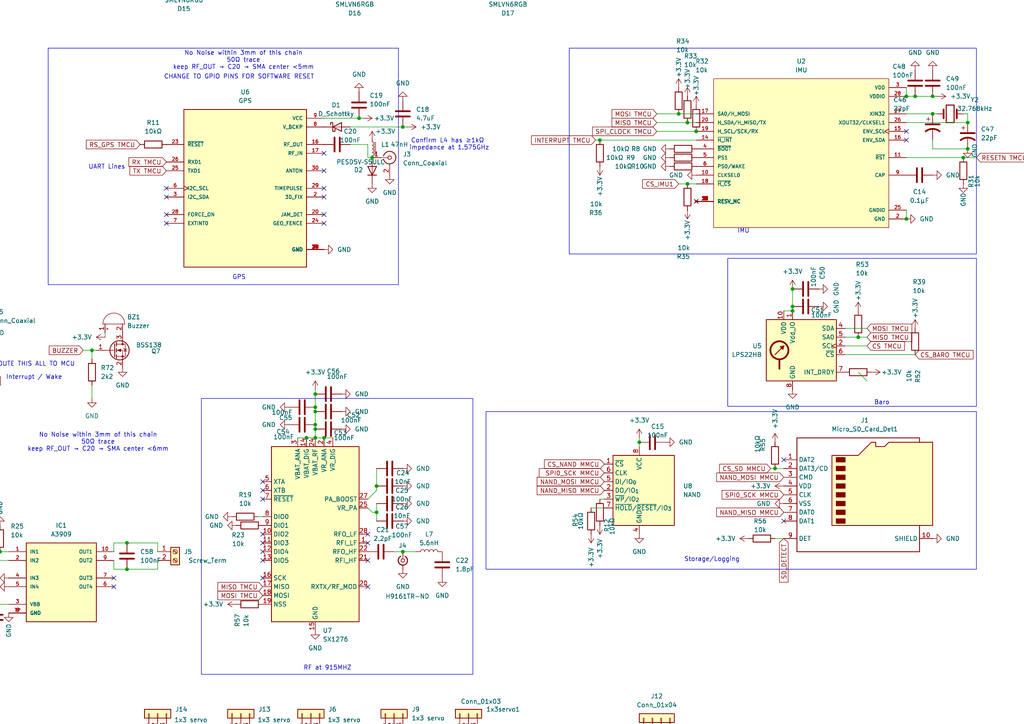
<source format=kicad_sch>
(kicad_sch (version 20250114) (generator "eeschema") (generator_version "9.0")
  (paper "A4")
  (rectangle (start 58.42 115.57) (end 137.16 195.58))
  (rectangle (start 211.074 74.93) (end 283.21 117.856))
  (rectangle (start 140.97 119.38) (end 283.21 165.1))
  (rectangle (start 165.1 13.97) (end 283.21 73.66))
  (rectangle (start 13.97 13.97) (end 115.57 82.55))
  (text "Motor Dir" (at -17.018 162.814 0) (effects (font (size 1.27 1.27))))
  (text "GPS" (at 69.342 80.518 0) (effects (font (size 1.27 1.27))))
  (text "UART Lines" (at 30.988 48.514 0) (effects (font (size 1.27 1.27))))
  (text "C4's ground connects to a low-impedance \nground plane with a via right at the pad." (at -52.832 65.024 0) (effects (font (size 1.27 1.27))))
  (text "Storage/Logging" (at 206.502 162.306 0) (effects (font (size 1.27 1.27))))
  (text "CHANGE TO GPIO PINS FOR SOFTWARE RESET" (at 69.342 22.352 0) (effects (font (size 1.27 1.27))))
  (text "ROUTE THIS ALL TO MCU" (at 9.906 105.664 0) (effects (font (size 1.27 1.27))))
  (text "Baro" (at 255.778 116.84 0) (effects (font (size 1.27 1.27))))
  (text "Confirm L4 has ≥1 kΩ \nimpedance at 1.575 GHz" (at 130.302 41.91 0) (effects (font (size 1.27 1.27))))
  (text "Interrupt / Wake" (at 9.906 109.474 0) (effects (font (size 1.27 1.27))))
  (text "IMU" (at 215.646 67.056 0) (effects (font (size 1.27 1.27))))
  (text "No Noise within 3mm of this chain\n50 Ω trace\nkeep RF_OUT → C20 → SMA center < 6 mm" (at 28.448 128.27 0) (effects (font (size 1.27 1.27))))
  (text "RF at 915MHZ" (at 94.996 193.802 0) (effects (font (size 1.27 1.27))))
  (text "No Noise within 3mm of this chain\n50 Ω trace\nkeep RF_OUT → C20 → SMA center < 5 mm" (at 70.612 17.526 0) (effects (font (size 1.27 1.27))))
  (junction (at -83.82 90.17))
  (junction (at 224.79 135.89))
  (junction (at 280.67 35.56))
  (junction (at 342.9 31.75))
  (junction (at 38.1 278.13))
  (junction (at 262.89 63.5))
  (junction (at 149.86 278.13))
  (junction (at 26.67 101.6))
  (junction (at 199.39 53.34))
  (junction (at -27.94 104.14))
  (junction (at 248.92 97.79))
  (junction (at -25.4 134.62))
  (junction (at 135.89 -10.16))
  (junction (at -25.4 99.06))
  (junction (at 93.98 127))
  (junction (at 91.44 -15.24))
  (junction (at 199.39 35.56))
  (junction (at 229.87 88.9))
  (junction (at 270.51 27.94))
  (junction (at 41.91 -16.51))
  (junction (at 36.83 165.1))
  (junction (at 36.83 157.48))
  (junction (at 88.9 127))
  (junction (at 104.14 34.29))
  (junction (at 91.44 -10.16))
  (junction (at 229.87 83.82))
  (junction (at 201.93 38.1))
  (junction (at 91.44 123.19))
  (junction (at 135.89 -15.24))
  (junction (at 265.43 27.94))
  (junction (at 38.1 266.7))
  (junction (at -25.4 83.82))
  (junction (at -27.94 109.22))
  (junction (at 114.3 266.7))
  (junction (at 107.95 45.72))
  (junction (at 262.89 27.94))
  (junction (at 91.44 127))
  (junction (at -25.4 86.36))
  (junction (at 109.22 148.59))
  (junction (at 91.44 124.46))
  (junction (at 279.4 45.72))
  (junction (at 74.93 276.86))
  (junction (at 173.99 40.64))
  (junction (at -15.24 91.44))
  (junction (at -2.54 162.56))
  (junction (at 185.42 128.27))
  (junction (at 74.93 265.43))
  (junction (at 91.44 114.3))
  (junction (at 149.86 266.7))
  (junction (at 116.84 160.02))
  (junction (at 0 160.02))
  (junction (at 196.85 33.02))
  (junction (at 229.87 90.17))
  (junction (at 91.44 118.11))
  (junction (at 109.22 140.97))
  (junction (at -88.9 134.62))
  (junction (at -1.27 175.26))
  (junction (at 340.36 31.75))
  (junction (at 270.51 33.02))
  (junction (at -25.4 96.52))
  (junction (at 280.67 43.18))
  (junction (at 91.44 119.38))
  (junction (at 41.91 -11.43))
  (junction (at 114.3 278.13))
  (junction (at 116.84 36.83))
  (no_connect (at -83.82 109.22))
  (no_connect (at -83.82 124.46))
  (no_connect (at -27.94 124.46))
  (no_connect (at 76.2 154.94))
  (no_connect (at 93.98 44.45))
  (no_connect (at 262.89 38.1))
  (no_connect (at -83.82 86.36))
  (no_connect (at 106.68 157.48))
  (no_connect (at -83.82 99.06))
  (no_connect (at 76.2 144.78))
  (no_connect (at -83.82 127))
  (no_connect (at -83.82 121.92))
  (no_connect (at -83.82 111.76))
  (no_connect (at 76.2 160.02))
  (no_connect (at 76.2 167.64))
  (no_connect (at 227.33 151.13))
  (no_connect (at 48.26 64.77))
  (no_connect (at 106.68 170.18))
  (no_connect (at -83.82 81.28))
  (no_connect (at -27.94 132.08))
  (no_connect (at 325.12 52.07))
  (no_connect (at 93.98 54.61))
  (no_connect (at -83.82 104.14))
  (no_connect (at -83.82 83.82))
  (no_connect (at 201.93 58.42))
  (no_connect (at -83.82 93.98))
  (no_connect (at 325.12 49.53))
  (no_connect (at -27.94 111.76))
  (no_connect (at -83.82 101.6))
  (no_connect (at 227.33 133.35))
  (no_connect (at 48.26 62.23))
  (no_connect (at 33.02 167.64))
  (no_connect (at 106.68 154.94))
  (no_connect (at 93.98 49.53))
  (no_connect (at -27.94 129.54))
  (no_connect (at 93.98 57.15))
  (no_connect (at 93.98 64.77))
  (no_connect (at 33.02 170.18))
  (no_connect (at -83.82 129.54))
  (no_connect (at 48.26 57.15))
  (no_connect (at 76.2 142.24))
  (no_connect (at -83.82 116.84))
  (no_connect (at 93.98 62.23))
  (no_connect (at 76.2 162.56))
  (no_connect (at 76.2 139.7))
  (no_connect (at 76.2 157.48))
  (no_connect (at -83.82 96.52))
  (no_connect (at 48.26 54.61))
  (no_connect (at -83.82 106.68))
  (no_connect (at -83.82 132.08))
  (no_connect (at 262.89 40.64))
  (no_connect (at -83.82 119.38))
  (no_connect (at 106.68 162.56))
  (no_connect (at -27.94 127))
  (no_connect (at 355.6 41.91))
  (bus_entry (at 248.92 107.95) (size 2.54 2.54))
  (wire (pts (xy -24.13 96.52) (xy -25.4 96.52)))
  (wire (pts (xy 106.68 45.72) (xy 107.95 45.72)))
  (wire (pts (xy 91.44 -15.24) (xy 91.44 -10.16)))
  (wire (pts (xy 114.3 266.7) (xy 114.3 267.97)))
  (wire (pts (xy 262.89 45.72) (xy 279.4 45.72)))
  (wire (pts (xy 67.31 265.43) (xy 74.93 265.43)))
  (wire (pts (xy 185.42 127) (xy 185.42 128.27)))
  (wire (pts (xy 77.47 265.43) (xy 77.47 266.7)))
  (wire (pts (xy 223.52 135.89) (xy 224.79 135.89)))
  (wire (pts (xy 101.6 36.83) (xy 116.84 36.83)))
  (wire (pts (xy 199.39 35.56) (xy 201.93 35.56)))
  (wire (pts (xy 71.12 276.86) (xy 67.31 280.67)))
  (wire (pts (xy 38.1 266.7) (xy 38.1 267.97)))
  (wire (pts (xy 251.46 95.25) (xy 245.11 95.25)))
  (wire (pts (xy 45.72 212.09) (xy 45.72 222.25)))
  (wire (pts (xy 224.79 156.21) (xy 227.33 156.21)))
  (wire (pts (xy 30.48 96.52) (xy 30.48 97.79)))
  (wire (pts (xy 106.68 45.72) (xy 106.68 41.91)))
  (wire (pts (xy 172.72 40.64) (xy 173.99 40.64)))
  (wire (pts (xy 105.41 34.29) (xy 104.14 34.29)))
  (wire (pts (xy 279.4 33.02) (xy 280.67 33.02)))
  (wire (pts (xy 41.91 -16.51) (xy 41.91 -11.43)))
  (wire (pts (xy 229.87 88.9) (xy 229.87 90.17)))
  (wire (pts (xy 114.3 288.29) (xy 114.3 287.02)))
  (wire (pts (xy 265.43 27.94) (xy 262.89 27.94)))
  (wire (pts (xy -83.82 90.17) (xy -83.82 88.9)))
  (wire (pts (xy -22.86 110.49) (xy -27.94 110.49)))
  (wire (pts (xy 26.67 101.6) (xy 27.94 101.6)))
  (wire (pts (xy 116.84 266.7) (xy 116.84 267.97)))
  (wire (pts (xy 41.91 -6.35) (xy 48.26 -6.35)))
  (wire (pts (xy 36.83 157.48) (xy 45.72 157.48)))
  (wire (pts (xy -27.94 88.9) (xy -25.4 88.9)))
  (wire (pts (xy 90.17 222.25) (xy 90.17 212.09)))
  (wire (pts (xy 359.41 39.37) (xy 355.6 39.37)))
  (wire (pts (xy -8.89 175.26) (xy -1.27 175.26)))
  (wire (pts (xy 280.67 33.02) (xy 280.67 35.56)))
  (wire (pts (xy 251.46 100.33) (xy 245.11 100.33)))
  (wire (pts (xy 86.36 127) (xy 88.9 127)))
  (wire (pts (xy 97.79 -10.16) (xy 91.44 -10.16)))
  (wire (pts (xy 91.44 118.11) (xy 91.44 119.38)))
  (wire (pts (xy 24.13 101.6) (xy 26.67 101.6)))
  (wire (pts (xy 262.89 35.56) (xy 280.67 35.56)))
  (wire (pts (xy 109.22 148.59) (xy 107.95 148.59)))
  (wire (pts (xy -27.94 81.28) (xy -25.4 81.28)))
  (wire (pts (xy 41.91 -20.32) (xy 41.91 -16.51)))
  (wire (pts (xy 190.5 35.56) (xy 199.39 35.56)))
  (wire (pts (xy -15.24 91.44) (xy -11.43 91.44)))
  (wire (pts (xy 190.5 33.02) (xy 196.85 33.02)))
  (wire (pts (xy 110.49 278.13) (xy 106.68 281.94)))
  (wire (pts (xy 38.1 279.4) (xy 38.1 278.13)))
  (wire (pts (xy -27.94 86.36) (xy -25.4 86.36)))
  (wire (pts (xy 91.44 -10.16) (xy 91.44 -5.08)))
  (wire (pts (xy 41.91 -11.43) (xy 41.91 -6.35)))
  (wire (pts (xy -24.13 83.82) (xy -25.4 83.82)))
  (wire (pts (xy -2.54 162.56) (xy 2.54 162.56)))
  (wire (pts (xy -25.4 81.28) (xy -25.4 83.82)))
  (wire (pts (xy 74.93 276.86) (xy 71.12 276.86)))
  (wire (pts (xy 135.89 -10.16) (xy 135.89 -5.08)))
  (wire (pts (xy 107.95 148.59) (xy 106.68 147.32)))
  (wire (pts (xy -25.4 101.6) (xy -27.94 101.6)))
  (wire (pts (xy 106.68 266.7) (xy 114.3 266.7)))
  (wire (pts (xy -27.94 104.14) (xy -27.94 105.41)))
  (wire (pts (xy 91.44 123.19) (xy 91.44 124.46)))
  (wire (pts (xy 142.24 266.7) (xy 149.86 266.7)))
  (wire (pts (xy 149.86 279.4) (xy 149.86 278.13)))
  (wire (pts (xy 227.33 90.17) (xy 229.87 90.17)))
  (wire (pts (xy 199.39 53.34) (xy 201.93 53.34)))
  (wire (pts (xy -25.4 83.82) (xy -25.4 86.36)))
  (wire (pts (xy 149.86 288.29) (xy 149.86 287.02)))
  (wire (pts (xy 265.43 102.87) (xy 245.11 102.87)))
  (wire (pts (xy 171.45 147.32) (xy 175.26 147.32)))
  (wire (pts (xy 262.89 33.02) (xy 270.51 33.02)))
  (wire (pts (xy 33.02 165.1) (xy 33.02 162.56)))
  (wire (pts (xy 109.22 142.24) (xy 106.68 144.78)))
  (wire (pts (xy 91.44 113.03) (xy 91.44 114.3)))
  (wire (pts (xy 190.5 38.1) (xy 201.93 38.1)))
  (wire (pts (xy -95.25 134.62) (xy -88.9 134.62)))
  (wire (pts (xy 93.98 34.29) (xy 104.14 34.29)))
  (wire (pts (xy 109.22 140.97) (xy 109.22 142.24)))
  (wire (pts (xy 69.85 222.25) (xy 69.85 212.09)))
  (wire (pts (xy -87.63 90.17) (xy -83.82 90.17)))
  (wire (pts (xy -1.27 175.26) (xy 2.54 175.26)))
  (wire (pts (xy -27.94 93.98) (xy -25.4 93.98)))
  (wire (pts (xy -27.94 105.41) (xy -24.13 105.41)))
  (wire (pts (xy 224.79 135.89) (xy 227.33 135.89)))
  (wire (pts (xy 322.58 44.45) (xy 325.12 44.45)))
  (wire (pts (xy -20.32 91.44) (xy -15.24 91.44)))
  (wire (pts (xy 196.85 33.02) (xy 201.93 33.02)))
  (wire (pts (xy 36.83 165.1) (xy 45.72 165.1)))
  (wire (pts (xy 173.99 144.78) (xy 175.26 144.78)))
  (wire (pts (xy 142.24 -15.24) (xy 135.89 -15.24)))
  (wire (pts (xy 270.51 27.94) (xy 265.43 27.94)))
  (wire (pts (xy 74.93 287.02) (xy 74.93 285.75)))
  (wire (pts (xy -88.9 134.62) (xy -83.82 134.62)))
  (wire (pts (xy 248.92 97.79) (xy 245.11 97.79)))
  (wire (pts (xy 116.84 160.02) (xy 120.65 160.02)))
  (wire (pts (xy 40.64 266.7) (xy 40.64 267.97)))
  (wire (pts (xy -25.4 96.52) (xy -25.4 99.06)))
  (wire (pts (xy 114.3 160.02) (xy 116.84 160.02)))
  (wire (pts (xy -25.4 134.62) (xy -27.94 134.62)))
  (wire (pts (xy -27.94 110.49) (xy -27.94 109.22)))
  (wire (pts (xy 271.78 27.94) (xy 270.51 27.94)))
  (wire (pts (xy 271.78 33.02) (xy 270.51 33.02)))
  (wire (pts (xy 26.67 111.76) (xy 26.67 115.57)))
  (wire (pts (xy 97.79 -15.24) (xy 91.44 -15.24)))
  (wire (pts (xy 149.86 266.7) (xy 149.86 267.97)))
  (wire (pts (xy 88.9 127) (xy 91.44 127)))
  (wire (pts (xy 33.02 165.1) (xy 36.83 165.1)))
  (wire (pts (xy 30.48 266.7) (xy 38.1 266.7)))
  (wire (pts (xy 109.22 146.05) (xy 109.22 148.59)))
  (wire (pts (xy 149.86 278.13) (xy 146.05 278.13)))
  (wire (pts (xy -25.4 99.06) (xy -25.4 101.6)))
  (wire (pts (xy 173.99 40.64) (xy 201.93 40.64)))
  (wire (pts (xy 91.44 -5.08) (xy 97.79 -5.08)))
  (wire (pts (xy 114.3 222.25) (xy 114.3 212.09)))
  (wire (pts (xy 91.44 -19.05) (xy 91.44 -15.24)))
  (wire (pts (xy 185.42 128.27) (xy 185.42 129.54)))
  (wire (pts (xy 116.84 36.83) (xy 118.11 36.83)))
  (wire (pts (xy 109.22 148.59) (xy 109.22 151.13)))
  (wire (pts (xy 93.98 127) (xy 96.52 127)))
  (wire (pts (xy -5.08 160.02) (xy 0 160.02)))
  (wire (pts (xy 196.85 53.34) (xy 199.39 53.34)))
  (wire (pts (xy 0 160.02) (xy 2.54 160.02)))
  (wire (pts (xy 262.89 60.96) (xy 262.89 63.5)))
  (wire (pts (xy 26.67 101.6) (xy 26.67 104.14)))
  (wire (pts (xy 114.3 278.13) (xy 110.49 278.13)))
  (wire (pts (xy -25.4 96.52) (xy -25.4 93.98)))
  (wire (pts (xy 38.1 278.13) (xy 34.29 278.13)))
  (wire (pts (xy -5.08 162.56) (xy -2.54 162.56)))
  (wire (pts (xy 38.1 288.29) (xy 38.1 287.02)))
  (wire (pts (xy -83.82 90.17) (xy -83.82 91.44)))
  (wire (pts (xy 229.87 83.82) (xy 229.87 88.9)))
  (wire (pts (xy -27.94 83.82) (xy -25.4 83.82)))
  (wire (pts (xy -25.4 86.36) (xy -25.4 88.9)))
  (wire (pts (xy 45.72 157.48) (xy 45.72 160.02)))
  (wire (pts (xy -27.94 96.52) (xy -25.4 96.52)))
  (wire (pts (xy 91.44 127) (xy 93.98 127)))
  (wire (pts (xy 74.93 278.13) (xy 74.93 276.86)))
  (wire (pts (xy 270.51 43.18) (xy 280.67 43.18)))
  (wire (pts (xy 262.89 25.4) (xy 262.89 27.94)))
  (wire (pts (xy 135.89 -15.24) (xy 135.89 -10.16)))
  (wire (pts (xy 270.51 40.64) (xy 270.51 43.18)))
  (wire (pts (xy 33.02 157.48) (xy 33.02 160.02)))
  (wire (pts (xy 135.89 222.25) (xy 135.89 212.09)))
  (wire (pts (xy 48.26 -11.43) (xy 41.91 -11.43)))
  (wire (pts (xy 74.93 149.86) (xy 76.2 149.86)))
  (wire (pts (xy -27.94 99.06) (xy -25.4 99.06)))
  (wire (pts (xy 152.4 266.7) (xy 152.4 267.97)))
  (wire (pts (xy 109.22 135.89) (xy 109.22 140.97)))
  (wire (pts (xy 48.26 -16.51) (xy 41.91 -16.51)))
  (wire (pts (xy 91.44 114.3) (xy 91.44 118.11)))
  (wire (pts (xy 146.05 278.13) (xy 142.24 281.94)))
  (wire (pts (xy 106.68 41.91) (xy 101.6 41.91)))
  (wire (pts (xy 91.44 124.46) (xy 91.44 127)))
  (wire (pts (xy -10.16 110.49) (xy -15.24 110.49)))
  (wire (pts (xy 74.93 265.43) (xy 74.93 266.7)))
  (wire (pts (xy 279.4 45.72) (xy 283.21 45.72)))
  (wire (pts (xy 34.29 278.13) (xy 30.48 281.94)))
  (wire (pts (xy 114.3 279.4) (xy 114.3 278.13)))
  (wire (pts (xy -21.59 134.62) (xy -25.4 134.62)))
  (wire (pts (xy 135.89 -5.08) (xy 142.24 -5.08)))
  (wire (pts (xy 33.02 157.48) (xy 36.83 157.48)))
  (wire (pts (xy 135.89 -19.05) (xy 135.89 -15.24)))
  (wire (pts (xy 91.44 119.38) (xy 91.44 123.19)))
  (wire (pts (xy 251.46 97.79) (xy 248.92 97.79)))
  (wire (pts (xy 45.72 165.1) (xy 45.72 162.56)))
  (wire (pts (xy 142.24 -10.16) (xy 135.89 -10.16)))
  (global_label "I2C0_SDA" (shape input) (at -27.94 121.92 0) (property "Intersheetrefs" "${INTERSHEET_REFS}" (effects (hide yes))))
  (global_label " SPI0_SCK MMCU" (shape input) (at 175.26 137.16 180) (property "Intersheetrefs" "${INTERSHEET_REFS}" (effects (hide yes))))
  (global_label "MOSI TMCU" (shape input) (at 76.2 172.72 180) (property "Intersheetrefs" "${INTERSHEET_REFS}" (effects (hide yes))))
  (global_label "3G" (shape input) (at 160.02 -10.16 0) (property "Intersheetrefs" "${INTERSHEET_REFS}" (effects (hide yes))))
  (global_label "CS_SD MMCU" (shape input) (at 223.52 135.89 180) (property "Intersheetrefs" "${INTERSHEET_REFS}" (effects (hide yes))))
  (global_label "RESETN TMCU" (shape input) (at 283.21 45.72 0) (property "Intersheetrefs" "${INTERSHEET_REFS}" (effects (hide yes))))
  (global_label "BGM_INT" (shape input) (at -10.16 110.49 0) (property "Intersheetrefs" "${INTERSHEET_REFS}" (effects (hide yes))))
  (global_label "mosfet4_signal" (shape input) (at 157.48 280.67 270) (property "Intersheetrefs" "${INTERSHEET_REFS}" (effects (hide yes))))
  (global_label "2R" (shape input) (at 115.57 -15.24 0) (property "Intersheetrefs" "${INTERSHEET_REFS}" (effects (hide yes))))
  (global_label "mosfet2_signal" (shape input) (at 82.55 279.4 270) (property "Intersheetrefs" "${INTERSHEET_REFS}" (effects (hide yes))))
  (global_label "2G" (shape input) (at 115.57 -10.16 0) (property "Intersheetrefs" "${INTERSHEET_REFS}" (effects (hide yes))))
  (global_label "mosfet3_signal" (shape input) (at 121.92 280.67 270) (property "Intersheetrefs" "${INTERSHEET_REFS}" (effects (hide yes))))
  (global_label "BGM_CS" (shape input) (at -27.94 114.3 0) (property "Intersheetrefs" "${INTERSHEET_REFS}" (effects (hide yes))))
  (global_label "mosfet3_signal" (shape input) (at 97.79 234.95 270) (property "Intersheetrefs" "${INTERSHEET_REFS}" (effects (hide yes))))
  (global_label "CS_IMU1" (shape input) (at 196.85 53.34 180) (property "Intersheetrefs" "${INTERSHEET_REFS}" (effects (hide yes))))
  (global_label "PWM1" (shape input) (at -5.08 160.02 180) (property "Intersheetrefs" "${INTERSHEET_REFS}" (effects (hide yes))))
  (global_label "INTERRUPT TMCU" (shape input) (at 359.41 39.37 0) (property "Intersheetrefs" "${INTERSHEET_REFS}" (effects (hide yes))))
  (global_label "SPI_CLOCK TMCU" (shape input) (at 322.58 44.45 180) (property "Intersheetrefs" "${INTERSHEET_REFS}" (effects (hide yes))))
  (global_label "RX TMCU" (shape input) (at 48.26 46.99 180) (property "Intersheetrefs" "${INTERSHEET_REFS}" (effects (hide yes))))
  (global_label "2B" (shape input) (at 115.57 -5.08 0) (property "Intersheetrefs" "${INTERSHEET_REFS}" (effects (hide yes))))
  (global_label "MISO TMCU" (shape input) (at 76.2 170.18 180) (property "Intersheetrefs" "${INTERSHEET_REFS}" (effects (hide yes))))
  (global_label "SERVO1" (shape input) (at 43.18 212.09 270) (property "Intersheetrefs" "${INTERSHEET_REFS}" (effects (hide yes))))
  (global_label "3B" (shape input) (at 160.02 -5.08 0) (property "Intersheetrefs" "${INTERSHEET_REFS}" (effects (hide yes))))
  (global_label "CS_BARO TMCU" (shape input) (at 265.43 102.87 0) (property "Intersheetrefs" "${INTERSHEET_REFS}" (effects (hide yes))))
  (global_label "DIR1" (shape input) (at -5.08 162.56 180) (property "Intersheetrefs" "${INTERSHEET_REFS}" (effects (hide yes))))
  (global_label "mosfet2_signal" (shape input) (at 77.47 234.95 270) (property "Intersheetrefs" "${INTERSHEET_REFS}" (effects (hide yes))))
  (global_label "RS_GPS TMCU" (shape input) (at 40.64 41.91 180) (property "Intersheetrefs" "${INTERSHEET_REFS}" (effects (hide yes))))
  (global_label "BUZZER" (shape input) (at 24.13 101.6 180) (property "Intersheetrefs" "${INTERSHEET_REFS}" (effects (hide yes))))
  (global_label "SERVO5" (shape input) (at 133.35 212.09 270) (property "Intersheetrefs" "${INTERSHEET_REFS}" (effects (hide yes))))
  (global_label "NAND_MOSI MMCU" (shape input) (at 227.33 138.43 180) (property "Intersheetrefs" "${INTERSHEET_REFS}" (effects (hide yes))))
  (global_label "SWCLK DMCU-1" (shape input) (at -27.94 116.84 0) (property "Intersheetrefs" "${INTERSHEET_REFS}" (effects (hide yes))))
  (global_label "3R" (shape input) (at 160.02 -15.24 0) (property "Intersheetrefs" "${INTERSHEET_REFS}" (effects (hide yes))))
  (global_label "CS_NAND MMCU" (shape input) (at 175.26 134.62 180) (property "Intersheetrefs" "${INTERSHEET_REFS}" (effects (hide yes))))
  (global_label "MOSI TMCU" (shape input) (at 251.46 95.25 0) (property "Intersheetrefs" "${INTERSHEET_REFS}" (effects (hide yes))))
  (global_label "SERVO2" (shape input) (at 67.31 212.09 270) (property "Intersheetrefs" "${INTERSHEET_REFS}" (effects (hide yes))))
  (global_label "NAND_MISO MMCU" (shape input) (at 227.33 148.59 180) (property "Intersheetrefs" "${INTERSHEET_REFS}" (effects (hide yes))))
  (global_label "NAND_MOSI MMCU" (shape input) (at 175.26 139.7 180) (property "Intersheetrefs" "${INTERSHEET_REFS}" (effects (hide yes))))
  (global_label "SERVO3" (shape input) (at 87.63 212.09 270) (property "Intersheetrefs" "${INTERSHEET_REFS}" (effects (hide yes))))
  (global_label "MISO TMCU" (shape input) (at 325.12 39.37 180) (property "Intersheetrefs" "${INTERSHEET_REFS}" (effects (hide yes))))
  (global_label "SD_DETECT" (shape input) (at 227.33 156.21 270) (property "Intersheetrefs" "${INTERSHEET_REFS}" (effects (hide yes))))
  (global_label "BGM_RESET" (shape input) (at -16.51 105.41 0) (property "Intersheetrefs" "${INTERSHEET_REFS}" (effects (hide yes))))
  (global_label "SPI_CLOCK TMCU" (shape input) (at 190.5 38.1 180) (property "Intersheetrefs" "${INTERSHEET_REFS}" (effects (hide yes))))
  (global_label "CAM_RX" (shape input) (at 191.77 213.36 270) (property "Intersheetrefs" "${INTERSHEET_REFS}" (effects (hide yes))))
  (global_label "SERVO4" (shape input) (at 111.76 212.09 270) (property "Intersheetrefs" "${INTERSHEET_REFS}" (effects (hide yes))))
  (global_label "INTERRUPT TMCU" (shape input) (at 172.72 40.64 180) (property "Intersheetrefs" "${INTERSHEET_REFS}" (effects (hide yes))))
  (global_label "MOSI TMCU" (shape input) (at 190.5 33.02 180) (property "Intersheetrefs" "${INTERSHEET_REFS}" (effects (hide yes))))
  (global_label "CS TMCU" (shape input) (at 251.46 100.33 0) (property "Intersheetrefs" "${INTERSHEET_REFS}" (effects (hide yes))))
  (global_label "NAND_MISO MMCU" (shape input) (at 175.26 142.24 180) (property "Intersheetrefs" "${INTERSHEET_REFS}" (effects (hide yes))))
  (global_label "SPI0_SCK MMCU" (shape input) (at 227.33 143.51 180) (property "Intersheetrefs" "${INTERSHEET_REFS}" (effects (hide yes))))
  (global_label "1B" (shape input) (at 66.04 -6.35 0) (property "Intersheetrefs" "${INTERSHEET_REFS}" (effects (hide yes))))
  (global_label "1G" (shape input) (at 66.04 -11.43 0) (property "Intersheetrefs" "${INTERSHEET_REFS}" (effects (hide yes))))
  (global_label "CS_IMU TMCU" (shape input) (at 325.12 54.61 180) (property "Intersheetrefs" "${INTERSHEET_REFS}" (effects (hide yes))))
  (global_label "I2C0_SCL" (shape input) (at -27.94 119.38 0) (property "Intersheetrefs" "${INTERSHEET_REFS}" (effects (hide yes))))
  (global_label "mosfet4_signal" (shape input) (at 121.92 234.95 270) (property "Intersheetrefs" "${INTERSHEET_REFS}" (effects (hide yes))))
  (global_label "TX TMCU" (shape input) (at 48.26 49.53 180) (property "Intersheetrefs" "${INTERSHEET_REFS}" (effects (hide yes))))
  (global_label "CAM_TX" (shape input) (at 194.31 213.36 270) (property "Intersheetrefs" "${INTERSHEET_REFS}" (effects (hide yes))))
  (global_label "mosfet1_signal" (shape input) (at 45.72 280.67 270) (property "Intersheetrefs" "${INTERSHEET_REFS}" (effects (hide yes))))
  (global_label "mosfet1_signal" (shape input) (at 53.34 234.95 270) (property "Intersheetrefs" "${INTERSHEET_REFS}" (effects (hide yes))))
  (global_label "MOSI TMCU" (shape input) (at 325.12 41.91 180) (property "Intersheetrefs" "${INTERSHEET_REFS}" (effects (hide yes))))
  (global_label "MISO TMCU" (shape input) (at 190.5 35.56 180) (property "Intersheetrefs" "${INTERSHEET_REFS}" (effects (hide yes))))
  (global_label "mosfet5_signal" (shape input) (at 143.51 234.95 270) (property "Intersheetrefs" "${INTERSHEET_REFS}" (effects (hide yes))))
  (global_label "1R" (shape input) (at 66.04 -16.51 0) (property "Intersheetrefs" "${INTERSHEET_REFS}" (effects (hide yes))))
  (global_label "MISO TMCU" (shape input) (at 251.46 97.79 0) (property "Intersheetrefs" "${INTERSHEET_REFS}" (effects (hide yes))))
  (symbol (lib_id "Device:L") (at 124.46 160.02 90) (unit 1)
    (property "Reference" "L7" (at 124.46 154.94 90))
    (property "Value" "5.6 nH" (at 124.46 157.48 90))
    (property "Description" "Inductor" (effects (hide yes)))
  )
  (symbol (lib_id "Connector:Conn_Coaxial") (at -6.35 91.44 0) (unit 1)
    (property "Reference" "J25" (at -2.54 90.4631 0) (effects (justify left)))
    (property "Value" "Conn_Coaxial" (at -2.54 93.0031 0) (effects (justify left)))
    (property "Footprint" "SMA:LPRS_SMA_CONNECTOR" (effects (hide yes)))
    (property "Description" "coaxial connector (BNC, SMA, SMB, SMC, Cinch/RCA, LEMO, ...)" (effects (hide yes)))
  )
  (symbol (lib_id "power:+3.3V") (at -27.94 104.14 270) (unit 1)
    (property "Reference" "#PWR018" (effects (hide yes)))
    (property "Value" "+3.3V" (at -29.21 102.362 90) (effects (justify left)))
    (property "Description" "Power symbol creates a global label with name \"+3.3V\"" (effects (hide yes)))
  )
  (symbol (lib_id "Device:R") (at 121.92 276.86 180) (unit 1)
    (property "Reference" "R83" (at 124.46 275.5899 0) (effects (justify right)))
    (property "Value" "100" (at 124.46 278.1299 0) (effects (justify right)))
    (property "Footprint" "Resistor_SMD:R_0603_1608Metric" (effects (hide yes)))
    (property "Description" "Resistor" (effects (hide yes)))
  )
  (symbol (lib_id "power:GND") (at 227.33 146.05 270) (unit 1)
    (property "Reference" "#PWR068" (effects (hide yes)))
    (property "Value" "GND" (at 223.52 146.0499 90) (effects (justify right)))
    (property "Description" "Power symbol creates a global label with name \"GND\" , ground" (effects (hide yes)))
  )
  (symbol (lib_id "Device:C") (at 113.03 146.05 90) (unit 1)
    (property "Reference" "C26" (at 116.586 147.066 90))
    (property "Value" "10nF" (at 116.586 149.606 90))
    (property "Footprint" "Capacitor_SMD:C_0603_1608Metric" (effects (hide yes)))
    (property "Description" "Unpolarized capacitor" (effects (hide yes)))
  )
  (symbol (lib_id "power:GND") (at 194.31 48.26 270) (unit 1)
    (property "Reference" "#PWR054" (effects (hide yes)))
    (property "Value" "GND" (at 190.5 48.2599 90) (effects (justify right)))
    (property "Description" "Power symbol creates a global label with name \"GND\" , ground" (effects (hide yes)))
  )
  (symbol (lib_id "power:GND") (at 35.56 106.68 0) (unit 1)
    (property "Reference" "#PWR0121" (effects (hide yes)))
    (property "Value" "GND" (at 35.56 111.76 0))
    (property "Description" "Power symbol creates a global label with name \"GND\" , ground" (effects (hide yes)))
  )
  (symbol (lib_id "power:+5V") (at 149.86 290.83 180) (unit 1)
    (property "Reference" "#PWR0181" (effects (hide yes)))
    (property "Value" "+5V" (at 149.86 295.91 0))
    (property "Description" "Power symbol creates a global label with name \"+5V\"" (effects (hide yes)))
  )
  (symbol (lib_id "RF:SX1276") (at 91.44 154.94 0) (unit 1)
    (property "Reference" "U7" (at 93.5833 182.88 0) (effects (justify left)))
    (property "Value" "SX1276" (at 93.5833 185.42 0) (effects (justify left)))
    (property "Footprint" "Package_DFN_QFN:QFN-28-1EP_6x6mm_P0.65mm_EP4.8x4.8mm" (effects (hide yes)))
    (property "Datasheet" "https://semtech.my.salesforce.com/sfc/p/#E0000000JelG/a/2R0000001Rbr/6EfVZUorrpoKFfvaF_Fkpgp5kzjiNyiAbqcpqh9qSjE" (effects (hide yes)))
    (property "Description" "137 MHz to 1020 MHz Low Power Long Range Transceiver, spreading factor from 6 to 12, LoRA, QFN-28" (effects (hide yes)))
  )
  (symbol (lib_id "Device:R") (at -20.32 105.41 90) (unit 1)
    (property "Reference" "R1" (at -20.32 102.87 90))
    (property "Value" "10 kΩ" (at -20.32 105.41 90))
    (property "Footprint" "Resistor_SMD:R_0603_1608Metric" (effects (hide yes)))
    (property "Description" "Resistor" (effects (hide yes)))
  )
  (symbol (lib_id "power:GND") (at 270.51 156.21 90) (unit 1)
    (property "Reference" "#PWR069" (effects (hide yes)))
    (property "Value" "GND" (at 274.32 156.2099 90) (effects (justify right)))
    (property "Description" "Power symbol creates a global label with name \"GND\" , ground" (effects (hide yes)))
  )
  (symbol (lib_id "Device:C") (at -25.4 138.43 180) (unit 1)
    (property "Reference" "C2" (at -20.32 137.1599 0) (effects (justify right)))
    (property "Value" "100 nF" (at -20.32 139.6999 0) (effects (justify right)))
    (property "Footprint" "Capacitor_SMD:C_0603_1608Metric" (effects (hide yes)))
    (property "Description" "Unpolarized capacitor" (effects (hide yes)))
  )
  (symbol (lib_id "Device:L") (at -24.13 91.44 90) (unit 1)
    (property "Reference" "L3" (at -21.844 86.868 90))
    (property "Value" "3.9 nH" (at -21.844 89.408 90))
    (property "Description" "Inductor" (effects (hide yes)))
  )
  (symbol (lib_id "power:GND") (at 194.31 45.72 270) (unit 1)
    (property "Reference" "#PWR053" (effects (hide yes)))
    (property "Value" "GND" (at 190.5 45.7199 90) (effects (justify right)))
    (property "Description" "Power symbol creates a global label with name \"GND\" , ground" (effects (hide yes)))
  )
  (symbol (lib_id "power:+3.3V") (at 248.92 90.17 0) (unit 1)
    (property "Reference" "#PWR0114" (effects (hide yes)))
    (property "Value" "+3.3V" (at 248.92 84.328 90))
    (property "Description" "Power symbol creates a global label with name \"+3.3V\"" (effects (hide yes)))
  )
  (symbol (lib_id "Transistor_FET:IRLML6402") (at 152.4 273.05 180) (unit 1)
    (property "Reference" "Q11" (at 146.05 271.7799 0) (effects (justify left)))
    (property "Value" "IRLML6402" (at 146.05 274.3199 0) (effects (justify left)))
    (property "Footprint" "Package_TO_SOT_SMD:SOT-23" (effects (hide yes)))
    (property "Datasheet" "https://www.infineon.com/dgdl/irlml6402pbf.pdf?fileId=5546d462533600a401535668d5c2263c" (effects (hide yes)))
    (property "Description" "-3.7A Id, -20V Vds, 65mOhm Rds, P-Channel HEXFET Power MOSFET, SOT-23" (effects (hide yes)))
  )
  (symbol (lib_id "power:GND") (at 2.54 177.8 0) (unit 1)
    (property "Reference" "#PWR082" (effects (hide yes)))
    (property "Value" "GND" (at 2.54 180.848 90) (effects (justify right)))
    (property "Description" "Power symbol creates a global label with name \"GND\" , ground" (effects (hide yes)))
  )
  (symbol (lib_id "power:GND") (at 135.89 -19.05 180) (unit 1)
    (property "Reference" "#PWR0221" (effects (hide yes)))
    (property "Value" "GND" (at 135.89 -24.13 0))
    (property "Description" "Power symbol creates a global label with name \"GND\" , ground" (effects (hide yes)))
  )
  (symbol (lib_id "power:GND") (at -25.4 142.24 0) (unit 1)
    (property "Reference" "#PWR05" (effects (hide yes)))
    (property "Value" "GND" (at -25.4 147.32 0))
    (property "Description" "Power symbol creates a global label with name \"GND\" , ground" (effects (hide yes)))
  )
  (symbol (lib_id "power:GND") (at 138.43 212.09 0) (unit 1)
    (property "Reference" "#PWR0117" (effects (hide yes)))
    (property "Value" "GND" (at 138.4301 215.9 90) (effects (justify right)))
    (property "Description" "Power symbol creates a global label with name \"GND\" , ground" (effects (hide yes)))
  )
  (symbol (lib_id "Device:R") (at 198.12 48.26 90) (unit 1)
    (property "Reference" "R10" (at 184.912 48.26 90))
    (property "Value" "10kΩ" (at 180.848 48.26 90))
    (property "Footprint" "Resistor_SMD:R_0603_1608Metric" (effects (hide yes)))
    (property "Description" "Resistor" (effects (hide yes)))
  )
  (symbol (lib_id "Device:LED") (at 67.31 269.24 270) (unit 1)
    (property "Reference" "D4" (at 62.23 267.716 90) (effects (justify left)))
    (property "Value" "LED" (at 61.214 269.494 90) (effects (justify left)))
    (property "Footprint" "LED_SMD:LED_0603_1608Metric" (effects (hide yes)))
    (property "Description" "Light emitting diode" (effects (hide yes)))
    (property "Sim.Pins" "1=K 2=A" (effects (hide yes)))
  )
  (symbol (lib_id "power:GND") (at 67.31 149.86 270) (unit 1)
    (property "Reference" "#PWR075" (effects (hide yes)))
    (property "Value" "GND" (at 63.5 149.8599 90) (effects (justify right)))
    (property "Description" "Power symbol creates a global label with name \"GND\" , ground" (effects (hide yes)))
  )
  (symbol (lib_id "power:GND") (at 160.02 267.97 90) (unit 1)
    (property "Reference" "#PWR0182" (effects (hide yes)))
    (property "Value" "GND" (at 165.1 267.9699 90) (effects (justify right)))
    (property "Description" "Power symbol creates a global label with name \"GND\" , ground" (effects (hide yes)))
  )
  (symbol (lib_id "power:+5V") (at -8.89 175.26 90) (unit 1)
    (property "Reference" "#PWR081" (effects (hide yes)))
    (property "Value" "+5V" (at -12.7 175.2599 90) (effects (justify left)))
    (property "Description" "Power symbol creates a global label with name \"+5V\"" (effects (hide yes)))
  )
  (symbol (lib_id "power:GND") (at 107.95 53.34 0) (unit 1)
    (property "Reference" "#PWR076" (effects (hide yes)))
    (property "Value" "GND" (at 107.95 58.42 0))
    (property "Description" "Power symbol creates a global label with name \"GND\" , ground" (effects (hide yes)))
  )
  (symbol (lib_id "Device:R") (at -2.54 158.75 0) (unit 1)
    (property "Reference" "R24" (at -9.144 155.194 0) (effects (justify left)))
    (property "Value" "10k" (at -9.144 157.734 0) (effects (justify left)))
    (property "Footprint" "Resistor_SMD:R_0603_1608Metric" (effects (hide yes)))
    (property "Description" "Resistor" (effects (hide yes)))
  )
  (symbol (lib_id "power:GND") (at 2.54 170.18 270) (unit 1)
    (property "Reference" "#PWR0161" (effects (hide yes)))
    (property "Value" "GND" (at 0 170.1799 90) (effects (justify right)))
    (property "Description" "Power symbol creates a global label with name \"GND\" , ground" (effects (hide yes)))
  )
  (symbol (lib_id "Device:C") (at 346.71 31.75 270) (unit 1)
    (property "Reference" "C45" (at 346.71 24.13 90))
    (property "Value" "100nF" (at 346.71 26.67 90))
    (property "Footprint" "Capacitor_SMD:C_0603_1608Metric" (effects (hide yes)))
    (property "Description" "Unpolarized capacitor" (effects (hide yes)))
  )
  (symbol (lib_id "Device:Buzzer") (at 33.02 93.98 90) (unit 1)
    (property "Reference" "BZ1" (at 36.83 91.9548 90) (effects (justify right)))
    (property "Value" "Buzzer" (at 36.83 94.4948 90) (effects (justify right)))
    (property "Footprint" "Buzzer_Beeper:MagneticBuzzer_PUI_AT-0927-TT-6-R" (effects (hide yes)))
    (property "Description" "Buzzer, polarized" (effects (hide yes)))
  )
  (symbol (lib_id "Transistor_FET:IRLML6402") (at 77.47 271.78 180) (unit 1)
    (property "Reference" "Q9" (at 71.12 270.5099 0) (effects (justify left)))
    (property "Value" "IRLML6402" (at 71.12 273.0499 0) (effects (justify left)))
    (property "Footprint" "Package_TO_SOT_SMD:SOT-23" (effects (hide yes)))
    (property "Datasheet" "https://www.infineon.com/dgdl/irlml6402pbf.pdf?fileId=5546d462533600a401535668d5c2263c" (effects (hide yes)))
    (property "Description" "-3.7A Id, -20V Vds, 65mOhm Rds, P-Channel HEXFET Power MOSFET, SOT-23" (effects (hide yes)))
  )
  (symbol (lib_id "power:+3.3V") (at 224.79 128.27 0) (unit 1)
    (property "Reference" "#PWR0128" (effects (hide yes)))
    (property "Value" "+3.3V" (at 224.7901 124.46 90) (effects (justify left)))
    (property "Description" "Power symbol creates a global label with name \"+3.3V\"" (effects (hide yes)))
  )
  (symbol (lib_id "power:GND") (at 116.84 151.13 90) (unit 1)
    (property "Reference" "#PWR0159" (effects (hide yes)))
    (property "Value" "GND" (at 120.65 151.1299 90) (effects (justify right)))
    (property "Description" "Power symbol creates a global label with name \"GND\" , ground" (effects (hide yes)))
  )
  (symbol (lib_id "power:GND") (at -87.63 90.17 270) (unit 1)
    (property "Reference" "#PWR015" (effects (hide yes)))
    (property "Value" "GND" (at -90.17 90.1699 90) (effects (justify right)))
    (property "Description" "Power symbol creates a global label with name \"GND\" , ground" (effects (hide yes)))
  )
  (symbol (lib_id "Device:C") (at 113.03 135.89 90) (unit 1)
    (property "Reference" "C24" (at 116.84 137.16 90))
    (property "Value" "10nF" (at 116.84 139.7 90))
    (property "Footprint" "Capacitor_SMD:C_0603_1608Metric" (effects (hide yes)))
    (property "Description" "Unpolarized capacitor" (effects (hide yes)))
  )
  (symbol (lib_id "Device:D") (at 107.95 49.53 90) (unit 1)
    (property "Reference" "D2" (at 102.616 49.276 90) (effects (justify right)))
    (property "Value" "PESD5V‑S5ULC" (at 97.536 46.99 90) (effects (justify right)))
    (property "Footprint" "Diode_SMD:D_0603_1608Metric" (effects (hide yes)))
    (property "Description" "Diode" (effects (hide yes)))
    (property "Sim.Device" "D" (effects (hide yes)))
    (property "Sim.Pins" "1=K 2=A" (effects (hide yes)))
  )
  (symbol (lib_id "power:GND") (at -2.54 154.94 180) (unit 1)
    (property "Reference" "#PWR084" (effects (hide yes)))
    (property "Value" "GND" (at -2.54 151.892 90) (effects (justify right)))
    (property "Description" "Power symbol creates a global label with name \"GND\" , ground" (effects (hide yes)))
  )
  (symbol (lib_id "Transistor_FET:IRLML6402") (at 116.84 273.05 180) (unit 1)
    (property "Reference" "Q10" (at 110.49 271.7799 0) (effects (justify left)))
    (property "Value" "IRLML6402" (at 110.49 274.3199 0) (effects (justify left)))
    (property "Footprint" "Package_TO_SOT_SMD:SOT-23" (effects (hide yes)))
    (property "Datasheet" "https://www.infineon.com/dgdl/irlml6402pbf.pdf?fileId=5546d462533600a401535668d5c2263c" (effects (hide yes)))
    (property "Description" "-3.7A Id, -20V Vds, 65mOhm Rds, P-Channel HEXFET Power MOSFET, SOT-23" (effects (hide yes)))
  )
  (symbol (lib_id "power:+3.3V") (at 173.99 48.26 180) (unit 1)
    (property "Reference" "#PWR0106" (effects (hide yes)))
    (property "Value" "+3.3V" (at 173.99 54.102 90))
    (property "Description" "Power symbol creates a global label with name \"+3.3V\"" (effects (hide yes)))
  )
  (symbol (lib_id "power:GND") (at 116.84 165.1 0) (unit 1)
    (property "Reference" "#PWR080" (effects (hide yes)))
    (property "Value" "GND" (at 116.84 170.18 0))
    (property "Description" "Power symbol creates a global label with name \"GND\" , ground" (effects (hide yes)))
  )
  (symbol (lib_id "Connector_Generic:Conn_01x04") (at 189.23 208.28 90) (unit 1)
    (property "Reference" "J12" (at 190.5 201.93 90))
    (property "Value" "Conn_01x04" (at 190.5 204.47 90))
    (property "Footprint" "Connector_PinSocket_2.54mm:PinSocket_1x04_P2.54mm_Vertical" (effects (hide yes)))
    (property "Description" "Generic connector, single row, 01x04, script generated (kicad-library-utils/schlib/autogen/connector/)" (effects (hide yes)))
  )
  (symbol (lib_id "power:GND") (at 48.26 267.97 90) (unit 1)
    (property "Reference" "#PWR0176" (effects (hide yes)))
    (property "Value" "GND" (at 53.34 267.9699 90) (effects (justify right)))
    (property "Description" "Power symbol creates a global label with name \"GND\" , ground" (effects (hide yes)))
  )
  (symbol (lib_id "Transistor_FET:IRLML6402") (at 48.26 227.33 180) (unit 1)
    (property "Reference" "Q1" (at 41.91 226.0599 0) (effects (justify left)))
    (property "Value" "IRLML6402" (at 41.91 228.5999 0) (effects (justify left)))
    (property "Footprint" "Package_TO_SOT_SMD:SOT-23" (effects (hide yes)))
    (property "Datasheet" "https://www.infineon.com/dgdl/irlml6402pbf.pdf?fileId=5546d462533600a401535668d5c2263c" (effects (hide yes)))
    (property "Description" "-3.7A Id, -20V Vds, 65mOhm Rds, P-Channel HEXFET Power MOSFET, SOT-23" (effects (hide yes)))
  )
  (symbol (lib_id "LED:SMLVN6RGB") (at 102.87 -10.16 180) (unit 1)
    (property "Reference" "D16" (at 102.87 3.81 0))
    (property "Value" "SMLVN6RGB" (at 102.87 1.27 0))
    (property "Footprint" "LED_SMD:LED_ROHM_SMLVN6" (effects (hide yes)))
    (property "Datasheet" "https://www.rohm.com/datasheet/SMLVN6RGB1U" (effects (hide yes)))
    (property "Description" "High Brightness Tri-Color LED, RGB, 3.5x2.8mm" (effects (hide yes)))
  )
  (symbol (lib_id "power:+3.3V") (at 265.43 95.25 0) (unit 1)
    (property "Reference" "#PWR0112" (effects (hide yes)))
    (property "Value" "+3.3V" (at 265.43 89.408 90))
    (property "Description" "Power symbol creates a global label with name \"+3.3V\"" (effects (hide yes)))
  )
  (symbol (lib_id "Device:R") (at 62.23 -11.43 270) (unit 1)
    (property "Reference" "R88" (at 62.23 -11.43 90))
    (property "Value" "220" (at 62.23 -13.97 90))
    (property "Footprint" "Resistor_SMD:R_0603_1608Metric" (effects (hide yes)))
    (property "Description" "Resistor" (effects (hide yes)))
  )
  (symbol (lib_id "Connector:Screw_Terminal_01x02") (at 74.93 260.35 90) (unit 1)
    (property "Reference" "J20" (at 66.04 254.254 90) (effects (justify right)))
    (property "Value" "Screw_Terminal_01x02" (at 66.04 256.794 90) (effects (justify right)))
    (property "Footprint" "TerminalBlock_Phoenix:TerminalBlock_Phoenix_MPT-0,5-2-2.54_1x02_P2.54mm_Horizontal" (effects (hide yes)))
    (property "Description" "Generic screw terminal, single row, 01x02, script generated (kicad-library-utils/schlib/autogen/connector/)" (effects (hide yes)))
  )
  (symbol (lib_id "power:+3.3V") (at 171.45 154.94 180) (unit 1)
    (property "Reference" "#PWR0127" (effects (hide yes)))
    (property "Value" "+3.3V" (at 171.4499 158.75 90) (effects (justify left)))
    (property "Description" "Power symbol creates a global label with name \"+3.3V\"" (effects (hide yes)))
  )
  (symbol (lib_id "Device:C") (at 87.63 118.11 90) (unit 1)
    (property "Reference" "C55" (at 84.836 121.158 90) (effects (justify left)))
    (property "Value" "100nF" (at 84.836 119.634 90) (effects (justify left)))
    (property "Footprint" "Capacitor_SMD:C_0603_1608Metric" (effects (hide yes)))
    (property "Description" "Unpolarized capacitor" (effects (hide yes)))
  )
  (symbol (lib_id "Device:D_Schottky") (at 97.79 36.83 0) (unit 1)
    (property "Reference" "D1" (at 97.4725 30.48 0))
    (property "Value" "D_Schottky" (at 97.4725 33.02 0))
    (property "Footprint" "Diode_SMD:D_0603_1608Metric" (effects (hide yes)))
    (property "Description" "Schottky diode" (effects (hide yes)))
  )
  (symbol (lib_id "power:+3.3V") (at 359.41 31.75 0) (unit 1)
    (property "Reference" "#PWR093" (effects (hide yes)))
    (property "Value" "+3.3V" (at 359.41 26.416 90))
    (property "Description" "Power symbol creates a global label with name \"+3.3V\"" (effects (hide yes)))
  )
  (symbol (lib_id "power:GND") (at 270.51 50.8 90) (unit 1)
    (property "Reference" "#PWR059" (effects (hide yes)))
    (property "Value" "GND" (at 274.32 50.7999 90) (effects (justify right)))
    (property "Description" "Power symbol creates a global label with name \"GND\" , ground" (effects (hide yes)))
  )
  (symbol (lib_id "Device:R") (at 157.48 276.86 180) (unit 1)
    (property "Reference" "R85" (at 160.02 275.5899 0) (effects (justify right)))
    (property "Value" "100" (at 160.02 278.1299 0) (effects (justify right)))
    (property "Footprint" "Resistor_SMD:R_0603_1608Metric" (effects (hide yes)))
    (property "Description" "Resistor" (effects (hide yes)))
  )
  (symbol (lib_id "Device:C") (at -1.27 179.07 180) (unit 1)
    (property "Reference" "C23" (at -7.112 180.848 90))
    (property "Value" "100 nF" (at -4.826 181.864 90))
    (property "Footprint" "Capacitor_SMD:C_0603_1608Metric" (effects (hide yes)))
    (property "Description" "Unpolarized capacitor" (effects (hide yes)))
  )
  (symbol (lib_id "Device:R") (at 71.12 149.86 90) (unit 1)
    (property "Reference" "R19" (at 71.12 143.51 90))
    (property "Value" "10k" (at 71.12 146.05 90))
    (property "Footprint" "Resistor_SMD:R_0603_1608Metric" (effects (hide yes)))
    (property "Description" "Resistor" (effects (hide yes)))
  )
  (symbol (lib_id "power:GND") (at 350.52 31.75 90) (unit 1)
    (property "Reference" "#PWR091" (effects (hide yes)))
    (property "Value" "GND" (at 354.33 31.7499 90) (effects (justify right)))
    (property "Description" "Power symbol creates a global label with name \"GND\" , ground" (effects (hide yes)))
  )
  (symbol (lib_id "Connector:Conn_Coaxial") (at 113.03 45.72 0) (unit 1)
    (property "Reference" "J3" (at 116.84 44.7431 0) (effects (justify left)))
    (property "Value" "Conn_Coaxial" (at 116.84 47.2831 0) (effects (justify left)))
    (property "Footprint" "SMA:LPRS_SMA_CONNECTOR" (effects (hide yes)))
    (property "Description" "coaxial connector (BNC, SMA, SMB, SMC, Cinch/RCA, LEMO, ...)" (effects (hide yes)))
  )
  (symbol (lib_id "Device:R") (at 201.93 34.29 0) (unit 1)
    (property "Reference" "R32" (at 201.676 17.78 0) (effects (justify left)))
    (property "Value" "10k" (at 201.676 20.32 0) (effects (justify left)))
    (property "Footprint" "Resistor_SMD:R_0603_1608Metric" (effects (hide yes)))
    (property "Description" "Resistor" (effects (hide yes)))
  )
  (symbol (lib_id "Device:C") (at 36.83 161.29 0) (unit 1)
    (property "Reference" "C58" (at 40.64 160.0199 0) (effects (justify left)))
    (property "Value" "100nF" (at 40.64 162.5599 0) (effects (justify left)))
    (property "Footprint" "Capacitor_SMD:C_0603_1608Metric" (effects (hide yes)))
    (property "Description" "Unpolarized capacitor" (effects (hide yes)))
  )
  (symbol (lib_id "power:GND") (at 85.09 266.7 90) (unit 1)
    (property "Reference" "#PWR0178" (effects (hide yes)))
    (property "Value" "GND" (at 90.17 266.6999 90) (effects (justify right)))
    (property "Description" "Power symbol creates a global label with name \"GND\" , ground" (effects (hide yes)))
  )
  (symbol (lib_id "Device:L_Ferrite_Small") (at 107.95 43.18 0) (unit 1)
    (property "Reference" "L1" (at 110.49 41.9099 0) (effects (justify left)))
    (property "Value" "47 nH" (at 113.284 41.91 0) (effects (justify left)))
    (property "Footprint" "Inductor_SMD:L_6.3x6.3_H3" (effects (hide yes)))
    (property "Description" "Inductor with ferrite core, small symbol" (effects (hide yes)))
  )
  (symbol (lib_id "power:GND") (at 116.84 140.97 90) (unit 1)
    (property "Reference" "#PWR0157" (effects (hide yes)))
    (property "Value" "GND" (at 120.65 140.9699 90) (effects (justify right)))
    (property "Description" "Power symbol creates a global label with name \"GND\" , ground" (effects (hide yes)))
  )
  (symbol (lib_id "Device:R") (at 72.39 175.26 90) (unit 1)
    (property "Reference" "R57" (at 68.834 181.864 0) (effects (justify left)))
    (property "Value" "10k" (at 71.374 181.864 0) (effects (justify left)))
    (property "Footprint" "Resistor_SMD:R_0603_1608Metric" (effects (hide yes)))
    (property "Description" "Resistor" (effects (hide yes)))
  )
  (symbol (lib_id "power:GND") (at 93.98 72.39 90) (unit 1)
    (property "Reference" "#PWR060" (effects (hide yes)))
    (property "Value" "GND" (at 97.79 72.3899 90) (effects (justify right)))
    (property "Description" "Power symbol creates a global label with name \"GND\" , ground" (effects (hide yes)))
  )
  (symbol (lib_id "power:+3.3V") (at 217.17 156.21 90) (unit 1)
    (property "Reference" "#PWR0129" (effects (hide yes)))
    (property "Value" "+3.3V" (at 213.36 156.2099 90) (effects (justify left)))
    (property "Description" "Power symbol creates a global label with name \"+3.3V\"" (effects (hide yes)))
  )
  (symbol (lib_id "power:+3.3V") (at 229.87 83.82 0) (unit 1)
    (property "Reference" "#PWR063" (effects (hide yes)))
    (property "Value" "+3.3V" (at 229.87 78.74 0))
    (property "Description" "Power symbol creates a global label with name \"+3.3V\"" (effects (hide yes)))
  )
  (symbol (lib_id "power:GND") (at 104.14 26.67 180) (unit 1)
    (property "Reference" "#PWR074" (effects (hide yes)))
    (property "Value" "GND" (at 104.14 21.59 0))
    (property "Description" "Power symbol creates a global label with name \"GND\" , ground" (effects (hide yes)))
  )
  (symbol (lib_id "power:GND") (at 116.84 135.89 90) (unit 1)
    (property "Reference" "#PWR0156" (effects (hide yes)))
    (property "Value" "GND" (at 120.65 135.8899 90) (effects (justify right)))
    (property "Description" "Power symbol creates a global label with name \"GND\" , ground" (effects (hide yes)))
  )
  (symbol (lib_id "Device:LED") (at 142.24 270.51 270) (unit 1)
    (property "Reference" "D6" (at 137.16 268.986 90) (effects (justify left)))
    (property "Value" "LED" (at 136.144 270.764 90) (effects (justify left)))
    (property "Footprint" "LED_SMD:LED_0603_1608Metric" (effects (hide yes)))
    (property "Description" "Light emitting diode" (effects (hide yes)))
    (property "Sim.Pins" "1=K 2=A" (effects (hide yes)))
  )
  (symbol (lib_id "Device:R") (at 74.93 281.94 180) (unit 1)
    (property "Reference" "R80" (at 77.216 280.67 0) (effects (justify right)))
    (property "Value" "10k" (at 77.216 283.21 0) (effects (justify right)))
    (property "Footprint" "Resistor_SMD:R_0603_1608Metric" (effects (hide yes)))
    (property "Description" "Resistor" (effects (hide yes)))
  )
  (symbol (lib_id "Device:Polyfuse") (at 120.65 267.97 90) (unit 1)
    (property "Reference" "F3" (at 120.65 261.62 90))
    (property "Value" "Polyfuse" (at 120.65 264.16 90))
    (property "Footprint" "Fuse:Fuse_0603_1608Metric" (effects (hide yes)))
    (property "Description" "Resettable fuse, polymeric positive temperature coefficient" (effects (hide yes)))
  )
  (symbol (lib_id "Device:R") (at 72.39 152.4 90) (unit 1)
    (property "Reference" "R23" (at 69.088 155.194 90))
    (property "Value" "10k" (at 69.088 157.734 90))
    (property "Footprint" "Resistor_SMD:R_0603_1608Metric" (effects (hide yes)))
    (property "Description" "Resistor" (effects (hide yes)))
  )
  (symbol (lib_id "Device:R") (at 62.23 -6.35 270) (unit 1)
    (property "Reference" "R87" (at 62.23 -6.604 90))
    (property "Value" "220" (at 62.23 -8.636 90))
    (property "Footprint" "Resistor_SMD:R_0603_1608Metric" (effects (hide yes)))
    (property "Description" "Resistor" (effects (hide yes)))
  )
  (symbol (lib_id "Memory_Flash:W25Q128JVS") (at 185.42 142.24 0) (unit 1)
    (property "Reference" "U8" (at 198.12 140.9699 0) (effects (justify left)))
    (property "Value" "NAND" (at 198.12 143.5099 0) (effects (justify left)))
    (property "Footprint" "Package_SO:SOIC-8_5.3x5.3mm_P1.27mm" (effects (hide yes)))
    (property "Datasheet" "https://www.winbond.com/resource-files/w25q128jv_dtr%20revc%2003272018%20plus.pdf" (effects (hide yes)))
    (property "Description" "128Mbit / 16MiB Serial Flash Memory, Standard/Dual/Quad SPI, 2.7-3.6V, SOIC-8" (effects (hide yes)))
  )
  (symbol (lib_id "Device:C") (at 95.25 119.38 270) (unit 1)
    (property "Reference" "C52" (at 100.584 120.396 90) (effects (justify left)))
    (property "Value" "100nF" (at 98.806 121.92 90) (effects (justify left)))
    (property "Footprint" "Capacitor_SMD:C_0603_1608Metric" (effects (hide yes)))
    (property "Description" "Unpolarized capacitor" (effects (hide yes)))
  )
  (symbol (lib_id "Device:R") (at 111.76 -5.08 270) (unit 1)
    (property "Reference" "R92" (at 111.76 -5.334 90))
    (property "Value" "220" (at 111.76 -7.366 90))
    (property "Footprint" "Resistor_SMD:R_0603_1608Metric" (effects (hide yes)))
    (property "Description" "Resistor" (effects (hide yes)))
  )
  (symbol (lib_id "power:GND") (at 193.04 128.27 90) (unit 1)
    (property "Reference" "#PWR0115" (effects (hide yes)))
    (property "Value" "GND" (at 196.85 128.2699 90) (effects (justify right)))
    (property "Description" "Power symbol creates a global label with name \"GND\" , ground" (effects (hide yes)))
  )
  (symbol (lib_id "Device:R") (at 67.31 276.86 0) (unit 1)
    (property "Reference" "R59" (at 58.674 275.336 0) (effects (justify left)))
    (property "Value" "1k" (at 58.674 277.876 0) (effects (justify left)))
    (property "Footprint" "Resistor_SMD:R_0603_1608Metric" (effects (hide yes)))
    (property "Description" "Resistor" (effects (hide yes)))
  )
  (symbol (lib_id "Connector:Screw_Terminal_01x02") (at 114.3 261.62 90) (unit 1)
    (property "Reference" "J21" (at 105.41 255.524 90) (effects (justify right)))
    (property "Value" "Screw_Terminal_01x02" (at 105.41 258.064 90) (effects (justify right)))
    (property "Footprint" "TerminalBlock_Phoenix:TerminalBlock_Phoenix_MPT-0,5-2-2.54_1x02_P2.54mm_Horizontal" (effects (hide yes)))
    (property "Description" "Generic screw terminal, single row, 01x02, script generated (kicad-library-utils/schlib/autogen/connector/)" (effects (hide yes)))
  )
  (symbol (lib_id "power:+3.3V") (at 107.95 40.64 0) (unit 1)
    (property "Reference" "#PWR077" (effects (hide yes)))
    (property "Value" "+3.3V" (at 111.76 38.1 0))
    (property "Description" "Power symbol creates a global label with name \"+3.3V\"" (effects (hide yes)))
  )
  (symbol (lib_id "Device:R") (at 224.79 132.08 0) (unit 1)
    (property "Reference" "R55" (at 221.234 129.032 90))
    (property "Value" "10kΩ" (at 219.71 128.778 90))
    (property "Footprint" "Resistor_SMD:R_0603_1608Metric" (effects (hide yes)))
    (property "Description" "Resistor" (effects (hide yes)))
  )
  (symbol (lib_id "Device:R") (at 121.92 231.14 180) (unit 1)
    (property "Reference" "R66" (at 124.46 229.8699 0) (effects (justify right)))
    (property "Value" "100" (at 124.46 232.4099 0) (effects (justify right)))
    (property "Footprint" "Resistor_SMD:R_0603_1608Metric" (effects (hide yes)))
    (property "Description" "Resistor" (effects (hide yes)))
  )
  (symbol (lib_id "power:GND") (at 113.03 50.8 0) (unit 1)
    (property "Reference" "#PWR078" (effects (hide yes)))
    (property "Value" "GND" (at 113.03 55.88 0))
    (property "Description" "Power symbol creates a global label with name \"GND\" , ground" (effects (hide yes)))
  )
  (symbol (lib_id "Device:C_Polarized_US") (at 270.51 36.83 0) (unit 1)
    (property "Reference" "C46" (at 259.08 28.956 0) (effects (justify left)))
    (property "Value" "22pF" (at 259.08 31.496 0) (effects (justify left)))
    (property "Footprint" "Capacitor_SMD:C_0603_1608Metric" (effects (hide yes)))
    (property "Description" "Polarized capacitor, US symbol" (effects (hide yes)))
  )
  (symbol (lib_id "Device:R") (at 111.76 -10.16 270) (unit 1)
    (property "Reference" "R91" (at 111.76 -10.16 90))
    (property "Value" "220" (at 111.76 -12.7 90))
    (property "Footprint" "Resistor_SMD:R_0603_1608Metric" (effects (hide yes)))
    (property "Description" "Resistor" (effects (hide yes)))
  )
  (symbol (lib_id "Sensor_Motion:LSM6DS3") (at 340.36 46.99 0) (unit 1)
    (property "Reference" "U10" (at 342.5033 62.23 0) (effects (justify left)))
    (property "Value" "LSM6DS3" (at 342.5033 64.77 0) (effects (justify left)))
    (property "Footprint" "Package_LGA:LGA-14_3x2.5mm_P0.5mm_LayoutBorder3x4y" (effects (hide yes)))
    (property "Datasheet" "https://www.st.com/resource/en/datasheet/lsm6ds3tr-c.pdf" (effects (hide yes)))
    (property "Description" "I2C/SPI, iNEMO inertial module: always-on 3D accelerometer and 3D gyroscope" (effects (hide yes)))
  )
  (symbol (lib_id "Device:C") (at 104.14 30.48 0) (unit 1)
    (property "Reference" "C19" (at 107.188 27.686 0) (effects (justify left)))
    (property "Value" "100nF" (at 107.188 30.226 0) (effects (justify left)))
    (property "Footprint" "Capacitor_SMD:C_0603_1608Metric" (effects (hide yes)))
    (property "Description" "Unpolarized capacitor" (effects (hide yes)))
  )
  (symbol (lib_id "Device:C_Polarized_US") (at 280.67 39.37 0) (unit 1)
    (property "Reference" "C47" (at 284.48 37.4649 0) (effects (justify left)))
    (property "Value" "22pF" (at 284.48 40.0049 0) (effects (justify left)))
    (property "Footprint" "Capacitor_SMD:C_0603_1608Metric" (effects (hide yes)))
    (property "Description" "Polarized capacitor, US symbol" (effects (hide yes)))
  )
  (symbol (lib_id "A3909:A3909") (at 17.78 167.64 0) (unit 1)
    (property "Reference" "IC1" (at 17.78 152.4 0))
    (property "Value" "A3909" (at 17.78 154.94 0))
    (property "Footprint" "A3909:MSOP10-PAD" (effects (hide yes)))
    (property "MF" "Allegro MicroSystems, LLC" (effects (hide yes)))
    (property "Description_1" "Dual Full Bridge Motor Driver" (effects (hide yes)))
    (property "Package" "None" (effects (hide yes)))
    (property "Price" "None" (effects (hide yes)))
    (property "SnapEDA_Link" "https://www.snapeda.com/parts/A3909/Allegro/view-part/?ref=snap" (effects (hide yes)))
    (property "MP" "A3909" (effects (hide yes)))
    (property "Availability" "In Stock" (effects (hide yes)))
    (property "Check_prices" "https://www.snapeda.com/parts/A3909/Allegro/view-part/?ref=eda" (effects (hide yes)))
  )
  (symbol (lib_id "Device:R") (at 325.12 58.42 180) (unit 1)
    (property "Reference" "R38" (at 329.946 60.96 0) (effects (justify left)))
    (property "Value" "10k" (at 329.946 58.42 0) (effects (justify left)))
    (property "Footprint" "Resistor_SMD:R_0603_1608Metric" (effects (hide yes)))
    (property "Description" "Resistor" (effects (hide yes)))
  )
  (symbol (lib_id "Device:R") (at 143.51 231.14 180) (unit 1)
    (property "Reference" "R67" (at 146.05 229.8699 0) (effects (justify right)))
    (property "Value" "100" (at 146.05 232.4099 0) (effects (justify right)))
    (property "Footprint" "Resistor_SMD:R_0603_1608Metric" (effects (hide yes)))
    (property "Description" "Resistor" (effects (hide yes)))
  )
  (symbol (lib_id "power:GND") (at 116.84 146.05 90) (unit 1)
    (property "Reference" "#PWR0158" (effects (hide yes)))
    (property "Value" "GND" (at 120.65 146.0499 90) (effects (justify right)))
    (property "Description" "Power symbol creates a global label with name \"GND\" , ground" (effects (hide yes)))
  )
  (symbol (lib_id "power:+3.3V") (at 105.41 34.29 270) (unit 1)
    (property "Reference" "#PWR061" (effects (hide yes)))
    (property "Value" "+3.3V" (at 108.458 34.29 90) (effects (justify left)))
    (property "Description" "Power symbol creates a global label with name \"+3.3V\"" (effects (hide yes)))
  )
  (symbol (lib_id "power:+3.3V") (at 252.73 107.95 270) (unit 1)
    (property "Reference" "#PWR0113" (effects (hide yes)))
    (property "Value" "+3.3V" (at 258.572 107.95 90))
    (property "Description" "Power symbol creates a global label with name \"+3.3V\"" (effects (hide yes)))
  )
  (symbol (lib_id "Device:R") (at 265.43 99.06 0) (unit 1)
    (property "Reference" "R39" (at 264.668 81.788 0) (effects (justify left)))
    (property "Value" "10k" (at 264.668 84.328 0) (effects (justify left)))
    (property "Footprint" "Resistor_SMD:R_0603_1608Metric" (effects (hide yes)))
    (property "Description" "Resistor" (effects (hide yes)))
  )
  (symbol (lib_id "power:+3.3V") (at 196.85 25.4 0) (unit 1)
    (property "Reference" "#PWR0102" (effects (hide yes)))
    (property "Value" "+3.3V" (at 196.85 19.558 90))
    (property "Description" "Power symbol creates a global label with name \"+3.3V\"" (effects (hide yes)))
  )
  (symbol (lib_id "Device:Polyfuse") (at 81.28 266.7 90) (unit 1)
    (property "Reference" "F2" (at 81.28 260.35 90))
    (property "Value" "Polyfuse" (at 81.28 262.89 90))
    (property "Footprint" "Fuse:Fuse_0603_1608Metric" (effects (hide yes)))
    (property "Description" "Resettable fuse, polymeric positive temperature coefficient" (effects (hide yes)))
  )
  (symbol (lib_id "power:+3.3V") (at 342.9 31.75 0) (unit 1)
    (property "Reference" "#PWR089" (effects (hide yes)))
    (property "Value" "+3.3V" (at 342.9 26.416 90))
    (property "Description" "Power symbol creates a global label with name \"+3.3V\"" (effects (hide yes)))
  )
  (symbol (lib_id "power:GND") (at -24.13 83.82 90) (unit 1)
    (property "Reference" "#PWR020" (effects (hide yes)))
    (property "Value" "GND" (at -23.876 81.28 90) (effects (justify right)))
    (property "Description" "Power symbol creates a global label with name \"GND\" , ground" (effects (hide yes)))
  )
  (symbol (lib_id "power:GND") (at 83.82 123.19 270) (unit 1)
    (property "Reference" "#PWR086" (effects (hide yes)))
    (property "Value" "GND" (at 80.01 123.1899 90) (effects (justify right)))
    (property "Description" "Power symbol creates a global label with name \"GND\" , ground" (effects (hide yes)))
  )
  (symbol (lib_id "power:GND") (at 99.06 119.38 90) (unit 1)
    (property "Reference" "#PWR0135" (effects (hide yes)))
    (property "Value" "GND" (at 102.87 119.3799 90) (effects (justify right)))
    (property "Description" "Power symbol creates a global label with name \"GND\" , ground" (effects (hide yes)))
  )
  (symbol (lib_id "Connector:Screw_Terminal_01x02") (at 144.78 290.83 180) (unit 1)
    (property "Reference" "J18" (at 139.192 297.942 90))
    (property "Value" "arming terminal" (at 141.224 298.196 90))
    (property "Footprint" "TerminalBlock_Phoenix:TerminalBlock_Phoenix_MPT-0,5-2-2.54_1x02_P2.54mm_Horizontal" (effects (hide yes)))
    (property "Description" "Generic screw terminal, single row, 01x02, script generated (kicad-library-utils/schlib/autogen/connector/)" (effects (hide yes)))
  )
  (symbol (lib_id "power:+5V") (at 74.93 289.56 180) (unit 1)
    (property "Reference" "#PWR0177" (effects (hide yes)))
    (property "Value" "+5V" (at 74.93 294.64 0))
    (property "Description" "Power symbol creates a global label with name \"+5V\"" (effects (hide yes)))
  )
  (symbol (lib_id "power:GND") (at 237.49 83.82 90) (unit 1)
    (property "Reference" "#PWR0110" (effects (hide yes)))
    (property "Value" "GND" (at 242.57 83.82 0))
    (property "Description" "Power symbol creates a global label with name \"GND\" , ground" (effects (hide yes)))
  )
  (symbol (lib_id "2025-05-18_04-09-44:BGM220SC12WGA2R") (at -83.82 81.28 0) (unit 1)
    (property "Reference" "U11" (at -55.88 71.12 0) (effects (font (size 1.524 1.524))))
    (property "Value" "BGM220SC12WGA2R" (at -55.88 73.66 0) (effects (font (size 1.524 1.524))))
    (property "Footprint" "BGM220S_SIL:BGM220SC12WGA2R" (effects (hide yes)))
    (property "Datasheet" "BGM220SC12WGA2R" (effects (hide yes)))
  )
  (symbol (lib_id "Device:C") (at -87.63 114.3 90) (unit 1)
    (property "Reference" "C3" (at -87.63 106.68 90))
    (property "Value" "100 nF" (at -87.63 109.22 90))
    (property "Footprint" "Capacitor_SMD:C_0603_1608Metric" (effects (hide yes)))
    (property "Description" "Unpolarized capacitor" (effects (hide yes)))
  )
  (symbol (lib_id "power:+3.3V") (at 325.12 31.75 0) (unit 1)
    (property "Reference" "#PWR0108" (effects (hide yes)))
    (property "Value" "+3.3V" (at 325.12 26.416 90))
    (property "Description" "Power symbol creates a global label with name \"+3.3V\"" (effects (hide yes)))
  )
  (symbol (lib_id "Device:R") (at 45.72 276.86 180) (unit 1)
    (property "Reference" "R79" (at 48.26 275.5899 0) (effects (justify right)))
    (property "Value" "100" (at 48.26 278.1299 0) (effects (justify right)))
    (property "Footprint" "Resistor_SMD:R_0603_1608Metric" (effects (hide yes)))
    (property "Description" "Resistor" (effects (hide yes)))
  )
  (symbol (lib_id "Transistor_FET:IRLML6402") (at 138.43 227.33 180) (unit 1)
    (property "Reference" "Q6" (at 132.08 226.0599 0) (effects (justify left)))
    (property "Value" "IRLML6402" (at 132.08 228.5999 0) (effects (justify left)))
    (property "Footprint" "Package_TO_SOT_SMD:SOT-23" (effects (hide yes)))
    (property "Datasheet" "https://www.infineon.com/dgdl/irlml6402pbf.pdf?fileId=5546d462533600a401535668d5c2263c" (effects (hide yes)))
    (property "Description" "-3.7A Id, -20V Vds, 65mOhm Rds, P-Channel HEXFET Power MOSFET, SOT-23" (effects (hide yes)))
  )
  (symbol (lib_id "power:GND") (at 265.43 20.32 180) (unit 1)
    (property "Reference" "#PWR0100" (effects (hide yes)))
    (property "Value" "GND" (at 265.43 15.24 0))
    (property "Description" "Power symbol creates a global label with name \"GND\" , ground" (effects (hide yes)))
  )
  (symbol (lib_id "power:GND") (at 68.58 152.4 270) (unit 1)
    (property "Reference" "#PWR057" (effects (hide yes)))
    (property "Value" "GND" (at 64.77 152.3999 90) (effects (justify right)))
    (property "Description" "Power symbol creates a global label with name \"GND\" , ground" (effects (hide yes)))
  )
  (symbol (lib_id "Device:R") (at 77.47 231.14 180) (unit 1)
    (property "Reference" "R64" (at 80.01 229.8699 0) (effects (justify right)))
    (property "Value" "100" (at 80.01 232.4099 0) (effects (justify right)))
    (property "Footprint" "Resistor_SMD:R_0603_1608Metric" (effects (hide yes)))
    (property "Description" "Resistor" (effects (hide yes)))
  )
  (symbol (lib_id "Device:R") (at 114.3 236.22 180) (unit 1)
    (property "Reference" "R71" (at 116.84 234.9499 0) (effects (justify right)))
    (property "Value" "100k" (at 116.84 237.4899 0) (effects (justify right)))
    (property "Footprint" "Resistor_SMD:R_0603_1608Metric" (effects (hide yes)))
    (property "Description" "Resistor" (effects (hide yes)))
  )
  (symbol (lib_id "power:+3.3V") (at 118.11 36.83 270) (unit 1)
    (property "Reference" "#PWR062" (effects (hide yes)))
    (property "Value" "+3.3V" (at 121.92 36.8299 90) (effects (justify left)))
    (property "Description" "Power symbol creates a global label with name \"+3.3V\"" (effects (hide yes)))
  )
  (symbol (lib_id "Device:C") (at 189.23 128.27 90) (unit 1)
    (property "Reference" "C15" (at 190.754 123.698 90))
    (property "Value" "100nF" (at 190.754 126.238 90))
    (property "Footprint" "Capacitor_SMD:C_0603_1608Metric" (effects (hide yes)))
    (property "Description" "Unpolarized capacitor" (effects (hide yes)))
  )
  (symbol (lib_id "power:+5V") (at 90.17 240.03 180) (unit 1)
    (property "Reference" "#PWR0163" (effects (hide yes)))
    (property "Value" "+5V" (at 90.17 245.11 0))
    (property "Description" "Power symbol creates a global label with name \"+5V\"" (effects (hide yes)))
  )
  (symbol (lib_id "power:+5V") (at 69.85 240.03 180) (unit 1)
    (property "Reference" "#PWR0162" (effects (hide yes)))
    (property "Value" "+5V" (at 69.85 245.11 0))
    (property "Description" "Power symbol creates a global label with name \"+5V\"" (effects (hide yes)))
  )
  (symbol (lib_id "Connector_Generic:Conn_01x03") (at 90.17 207.01 90) (unit 1)
    (property "Reference" "J6" (at 95.25 205.7399 90) (effects (justify right)))
    (property "Value" "1x3 servo" (at 94.996 208.788 90) (effects (justify right)))
    (property "Footprint" "Connector_PinHeader_2.54mm:PinHeader_1x03_P2.54mm_Vertical" (effects (hide yes)))
    (property "Description" "Generic connector, single row, 01x03, script generated (kicad-library-utils/schlib/autogen/connector/)" (effects (hide yes)))
  )
  (symbol (lib_id "Transistor_FET:IRLML6402") (at 72.39 227.33 180) (unit 1)
    (property "Reference" "Q3" (at 66.04 226.0599 0) (effects (justify left)))
    (property "Value" "IRLML6402" (at 66.04 228.5999 0) (effects (justify left)))
    (property "Footprint" "Package_TO_SOT_SMD:SOT-23" (effects (hide yes)))
    (property "Datasheet" "https://www.infineon.com/dgdl/irlml6402pbf.pdf?fileId=5546d462533600a401535668d5c2263c" (effects (hide yes)))
    (property "Description" "-3.7A Id, -20V Vds, 65mOhm Rds, P-Channel HEXFET Power MOSFET, SOT-23" (effects (hide yes)))
  )
  (symbol (lib_id "Device:R") (at 135.89 236.22 180) (unit 1)
    (property "Reference" "R62" (at 138.43 234.9499 0) (effects (justify right)))
    (property "Value" "100k" (at 138.43 237.4899 0) (effects (justify right)))
    (property "Footprint" "Resistor_SMD:R_0603_1608Metric" (effects (hide yes)))
    (property "Description" "Resistor" (effects (hide yes)))
  )
  (symbol (lib_id "power:GND") (at 0 152.4 180) (unit 1)
    (property "Reference" "#PWR085" (effects (hide yes)))
    (property "Value" "GND" (at 0 149.352 90) (effects (justify right)))
    (property "Description" "Power symbol creates a global label with name \"GND\" , ground" (effects (hide yes)))
  )
  (symbol (lib_id "Device:LED") (at 106.68 270.51 270) (unit 1)
    (property "Reference" "D5" (at 101.6 268.986 90) (effects (justify left)))
    (property "Value" "LED" (at 100.584 270.764 90) (effects (justify left)))
    (property "Footprint" "LED_SMD:LED_0603_1608Metric" (effects (hide yes)))
    (property "Description" "Light emitting diode" (effects (hide yes)))
    (property "Sim.Pins" "1=K 2=A" (effects (hide yes)))
  )
  (symbol (lib_id "power:+3.3V") (at -21.59 134.62 270) (unit 1)
    (property "Reference" "#PWR03" (effects (hide yes)))
    (property "Value" "+3.3V" (at -16.51 134.6199 90) (effects (justify left)))
    (property "Description" "Power symbol creates a global label with name \"+3.3V\"" (effects (hide yes)))
  )
  (symbol (lib_id "BNO086:BNO086") (at 232.41 43.18 0) (unit 1)
    (property "Reference" "U2" (at 232.41 17.78 0))
    (property "Value" "IMU" (at 232.41 20.32 0))
    (property "Footprint" "BNO086:IC_BNO086" (effects (hide yes)))
    (property "Description" "IMU" (effects (hide yes)))
    (property "MF" "CEVA Technologies, Inc." (effects (hide yes)))
    (property "MAXIMUM_PACKAGE_HEIGHT" "1.18mm" (effects (hide yes)))
    (property "Package" "TFLGA-28 CEVA Technologies, Inc." (effects (hide yes)))
    (property "Price" "None" (effects (hide yes)))
    (property "Check_prices" "https://www.snapeda.com/parts/BNO086/CEVA+Technologies%252C+Inc./view-part/?ref=eda" (effects (hide yes)))
    (property "STANDARD" "Manufacturer Recommendations" (effects (hide yes)))
    (property "PARTREV" "v1.17" (effects (hide yes)))
    (property "SnapEDA_Link" "https://www.snapeda.com/parts/BNO086/CEVA+Technologies%252C+Inc./view-part/?ref=snap" (effects (hide yes)))
    (property "MP" "BNO086" (effects (hide yes)))
    (property "Description_1" "Accelerometer, Gyroscope, Magnetometer, Temperature, 9 Axis Sensor I2C, SPI Output" (effects (hide yes)))
    (property "Availability" "In Stock" (effects (hide yes)))
    (property "MANUFACTURER" "Hillcrest Laboratories, Inc." (effects (hide yes)))
  )
  (symbol (lib_id "power:+5V") (at 45.72 240.03 180) (unit 1)
    (property "Reference" "#PWR0125" (effects (hide yes)))
    (property "Value" "+5V" (at 45.72 245.11 0))
    (property "Description" "Power symbol creates a global label with name \"+5V\"" (effects (hide yes)))
  )
  (symbol (lib_id "Connector:Micro_SD_Card_Det1") (at 250.19 143.51 0) (unit 1)
    (property "Reference" "J1" (at 250.825 121.92 0))
    (property "Value" "Micro_SD_Card_Det1" (at 250.825 124.46 0))
    (property "Footprint" "Connector_Card:microSD_HC_Hirose_DM3D-SF" (effects (hide yes)))
    (property "Datasheet" "https://datasheet.lcsc.com/lcsc/2110151630_XKB-Connectivity-XKTF-015-N_C381082.pdf" (effects (hide yes)))
    (property "Description" "Micro SD Card Socket with one card detection pin" (effects (hide yes)))
  )
  (symbol (lib_id "power:+3.3V") (at 199.39 60.96 180) (unit 1)
    (property "Reference" "#PWR0105" (effects (hide yes)))
    (property "Value" "+3.3V" (at 199.39 66.802 90))
    (property "Description" "Power symbol creates a global label with name \"+3.3V\"" (effects (hide yes)))
  )
  (symbol (lib_id "Device:C") (at 87.63 123.19 90) (unit 1)
    (property "Reference" "C54" (at 84.074 125.222 90) (effects (justify left)))
    (property "Value" "100nF" (at 85.344 126.746 90) (effects (justify left)))
    (property "Footprint" "Capacitor_SMD:C_0603_1608Metric" (effects (hide yes)))
    (property "Description" "Unpolarized capacitor" (effects (hide yes)))
  )
  (symbol (lib_id "power:GND") (at 116.84 212.09 0) (unit 1)
    (property "Reference" "#PWR0118" (effects (hide yes)))
    (property "Value" "GND" (at 116.8401 215.9 90) (effects (justify right)))
    (property "Description" "Power symbol creates a global label with name \"GND\" , ground" (effects (hide yes)))
  )
  (symbol (lib_id "Device:R") (at 111.76 -15.24 270) (unit 1)
    (property "Reference" "R90" (at 111.506 -15.494 90))
    (property "Value" "220" (at 111.76 -18.542 90))
    (property "Footprint" "Resistor_SMD:R_0603_1608Metric" (effects (hide yes)))
    (property "Description" "Resistor" (effects (hide yes)))
  )
  (symbol (lib_id "power:+3.3V") (at 199.39 27.94 0) (unit 1)
    (property "Reference" "#PWR0103" (effects (hide yes)))
    (property "Value" "+3.3V" (at 199.39 22.86 90))
    (property "Description" "Power symbol creates a global label with name \"+3.3V\"" (effects (hide yes)))
  )
  (symbol (lib_id "Device:R") (at 220.98 156.21 90) (unit 1)
    (property "Reference" "R56" (at 220.472 151.13 90))
    (property "Value" "10k" (at 220.472 153.67 90))
    (property "Footprint" "Resistor_SMD:R_0603_1608Metric" (effects (hide yes)))
    (property "Description" "Resistor" (effects (hide yes)))
  )
  (symbol (lib_id "Device:C") (at 265.43 24.13 0) (unit 1)
    (property "Reference" "C48" (at 258.826 19.304 0) (effects (justify left)))
    (property "Value" "100nF" (at 258.826 21.844 0) (effects (justify left)))
    (property "Footprint" "Capacitor_SMD:C_0603_1608Metric" (effects (hide yes)))
    (property "Description" "Unpolarized capacitor" (effects (hide yes)))
  )
  (symbol (lib_id "Connector:Conn_Coaxial_Small") (at 116.84 162.56 270) (unit 1)
    (property "Reference" "J4" (at 115.57 158.242 90) (effects (justify left)))
    (property "Value" "H9161TR-ND" (at 111.76 172.974 90) (effects (justify left)))
    (property "Footprint" "U.FL:HRS_U.FL-R-SMT_01_" (effects (hide yes)))
    (property "Description" "small coaxial connector (BNC, SMA, SMB, SMC, Cinch/RCA, LEMO, ...)" (effects (hide yes)))
  )
  (symbol (lib_id "Device:R") (at 325.12 35.56 0) (unit 1)
    (property "Reference" "R37" (at 320.294 33.02 0) (effects (justify left)))
    (property "Value" "10k" (at 320.294 35.56 0) (effects (justify left)))
    (property "Footprint" "Resistor_SMD:R_0603_1608Metric" (effects (hide yes)))
    (property "Description" "Resistor" (effects (hide yes)))
  )
  (symbol (lib_id "Device:R") (at 173.99 148.59 180) (unit 1)
    (property "Reference" "R12" (at 176.022 152.4 90))
    (property "Value" "10kΩ" (at 177.546 152.654 90))
    (property "Footprint" "Resistor_SMD:R_0603_1608Metric" (effects (hide yes)))
    (property "Description" "Resistor" (effects (hide yes)))
  )
  (symbol (lib_id "power:GND") (at 186.69 213.36 0) (unit 1)
    (property "Reference" "#PWR0168" (effects (hide yes)))
    (property "Value" "GND" (at 186.69 218.44 0))
    (property "Description" "Power symbol creates a global label with name \"GND\" , ground" (effects (hide yes)))
  )
  (symbol (lib_id "Device:R") (at 196.85 29.21 0) (unit 1)
    (property "Reference" "R34" (at 196.088 11.938 0) (effects (justify left)))
    (property "Value" "10k" (at 196.088 14.478 0) (effects (justify left)))
    (property "Footprint" "Resistor_SMD:R_0603_1608Metric" (effects (hide yes)))
    (property "Description" "Resistor" (effects (hide yes)))
  )
  (symbol (lib_id "power:GND") (at 194.31 43.18 270) (unit 1)
    (property "Reference" "#PWR052" (effects (hide yes)))
    (property "Value" "GND" (at 190.5 43.1799 90) (effects (justify right)))
    (property "Description" "Power symbol creates a global label with name \"GND\" , ground" (effects (hide yes)))
  )
  (symbol (lib_id "Device:R") (at 45.72 236.22 180) (unit 1)
    (property "Reference" "R68" (at 48.26 234.9499 0) (effects (justify right)))
    (property "Value" "100k" (at 48.26 237.4899 0) (effects (justify right)))
    (property "Footprint" "Resistor_SMD:R_0603_1608Metric" (effects (hide yes)))
    (property "Description" "Resistor" (effects (hide yes)))
  )
  (symbol (lib_id "Device:R") (at 199.39 31.75 0) (unit 1)
    (property "Reference" "R33" (at 198.374 16.256 0) (effects (justify left)))
    (property "Value" "10k" (at 198.374 18.796 0) (effects (justify left)))
    (property "Footprint" "Resistor_SMD:R_0603_1608Metric" (effects (hide yes)))
    (property "Description" "Resistor" (effects (hide yes)))
  )
  (symbol (lib_id "power:GND") (at 262.89 63.5 90) (unit 1)
    (property "Reference" "#PWR058" (effects (hide yes)))
    (property "Value" "GND" (at 266.7 63.4999 90) (effects (justify right)))
    (property "Description" "Power symbol creates a global label with name \"GND\" , ground" (effects (hide yes)))
  )
  (symbol (lib_id "Device:C") (at 233.68 88.9 270) (unit 1)
    (property "Reference" "C51" (at 235.204 89.916 90) (effects (justify left)))
    (property "Value" "100nF" (at 235.204 91.44 90) (effects (justify left)))
    (property "Footprint" "Capacitor_SMD:C_0603_1608Metric" (effects (hide yes)))
    (property "Description" "Unpolarized capacitor" (effects (hide yes)))
  )
  (symbol (lib_id "Device:R") (at 156.21 -5.08 270) (unit 1)
    (property "Reference" "R95" (at 156.21 -5.334 90))
    (property "Value" "220" (at 156.21 -7.366 90))
    (property "Footprint" "Resistor_SMD:R_0603_1608Metric" (effects (hide yes)))
    (property "Description" "Resistor" (effects (hide yes)))
  )
  (symbol (lib_id "Connector:Screw_Terminal_01x02") (at 50.8 160.02 0) (unit 1)
    (property "Reference" "J5" (at 53.34 160.0199 0) (effects (justify left)))
    (property "Value" "Screw_Term" (at 54.61 162.56 0) (effects (justify left)))
    (property "Footprint" "TerminalBlock_Phoenix:TerminalBlock_Phoenix_MPT-0,5-2-2.54_1x02_P2.54mm_Horizontal" (effects (hide yes)))
    (property "Description" "Generic screw terminal, single row, 01x02, script generated (kicad-library-utils/schlib/autogen/connector/)" (effects (hide yes)))
  )
  (symbol (lib_id "Device:R") (at 114.3 283.21 180) (unit 1)
    (property "Reference" "R82" (at 116.586 281.94 0) (effects (justify right)))
    (property "Value" "10k" (at 116.586 284.48 0) (effects (justify right)))
    (property "Footprint" "Resistor_SMD:R_0603_1608Metric" (effects (hide yes)))
    (property "Description" "Resistor" (effects (hide yes)))
  )
  (symbol (lib_id "Device:C") (at 233.68 83.82 270) (unit 1)
    (property "Reference" "C50" (at 238.506 77.216 0) (effects (justify left)))
    (property "Value" "100nF" (at 235.966 77.216 0) (effects (justify left)))
    (property "Footprint" "Capacitor_SMD:C_0603_1608Metric" (effects (hide yes)))
    (property "Description" "Unpolarized capacitor" (effects (hide yes)))
  )
  (symbol (lib_id "Device:R") (at 97.79 231.14 180) (unit 1)
    (property "Reference" "R65" (at 100.33 229.8699 0) (effects (justify right)))
    (property "Value" "100" (at 100.33 232.4099 0) (effects (justify right)))
    (property "Footprint" "Resistor_SMD:R_0603_1608Metric" (effects (hide yes)))
    (property "Description" "Resistor" (effects (hide yes)))
  )
  (symbol (lib_id "power:GND") (at 72.39 212.09 0) (unit 1)
    (property "Reference" "#PWR0124" (effects (hide yes)))
    (property "Value" "GND" (at 72.3901 215.9 90) (effects (justify right)))
    (property "Description" "Power symbol creates a global label with name \"GND\" , ground" (effects (hide yes)))
  )
  (symbol (lib_id "power:GND") (at 201.93 50.8 270) (unit 1)
    (property "Reference" "#PWR096" (effects (hide yes)))
    (property "Value" "GND" (at 198.12 50.7999 90) (effects (justify right)))
    (property "Description" "Power symbol creates a global label with name \"GND\" , ground" (effects (hide yes)))
  )
  (symbol (lib_id "power:+3.3V") (at -95.25 134.62 90) (unit 1)
    (property "Reference" "#PWR02" (effects (hide yes)))
    (property "Value" "+3.3V" (at -97.79 134.6199 90) (effects (justify left)))
    (property "Description" "Power symbol creates a global label with name \"+3.3V\"" (effects (hide yes)))
  )
  (symbol (lib_id "Connector:Screw_Terminal_01x02") (at 149.86 261.62 90) (unit 1)
    (property "Reference" "J22" (at 140.97 255.524 90) (effects (justify right)))
    (property "Value" "Screw_Terminal_01x02" (at 140.97 258.064 90) (effects (justify right)))
    (property "Footprint" "TerminalBlock_Phoenix:TerminalBlock_Phoenix_MPT-0,5-2-2.54_1x02_P2.54mm_Horizontal" (effects (hide yes)))
    (property "Description" "Generic screw terminal, single row, 01x02, script generated (kicad-library-utils/schlib/autogen/connector/)" (effects (hide yes)))
  )
  (symbol (lib_id "Device:R") (at 0 156.21 0) (unit 1)
    (property "Reference" "R25" (at 3.048 152.654 0) (effects (justify left)))
    (property "Value" "10k" (at 3.048 155.194 0) (effects (justify left)))
    (property "Footprint" "Resistor_SMD:R_0603_1608Metric" (effects (hide yes)))
    (property "Description" "Resistor" (effects (hide yes)))
  )
  (symbol (lib_id "Device:R") (at 82.55 275.59 180) (unit 1)
    (property "Reference" "R81" (at 85.09 274.3199 0) (effects (justify right)))
    (property "Value" "100" (at 85.09 276.8599 0) (effects (justify right)))
    (property "Footprint" "Resistor_SMD:R_0603_1608Metric" (effects (hide yes)))
    (property "Description" "Resistor" (effects (hide yes)))
  )
  (symbol (lib_id "Connector_Generic:Conn_01x03") (at 69.85 207.01 90) (unit 1)
    (property "Reference" "J13" (at 74.93 205.7399 90) (effects (justify right)))
    (property "Value" "1x3 servo" (at 74.676 208.788 90) (effects (justify right)))
    (property "Footprint" "Connector_PinHeader_2.54mm:PinHeader_1x03_P2.54mm_Vertical" (effects (hide yes)))
    (property "Description" "Generic connector, single row, 01x03, script generated (kicad-library-utils/schlib/autogen/connector/)" (effects (hide yes)))
  )
  (symbol (lib_id "power:+3.3V") (at -27.94 109.22 270) (unit 1)
    (property "Reference" "#PWR019" (effects (hide yes)))
    (property "Value" "+3.3V" (at -29.21 107.442 90) (effects (justify left)))
    (property "Description" "Power symbol creates a global label with name \"+3.3V\"" (effects (hide yes)))
  )
  (symbol (lib_id "power:GND") (at 83.82 118.11 270) (unit 1)
    (property "Reference" "#PWR087" (effects (hide yes)))
    (property "Value" "GND" (at 80.01 118.1099 90) (effects (justify right)))
    (property "Description" "Power symbol creates a global label with name \"GND\" , ground" (effects (hide yes)))
  )
  (symbol (lib_id "power:+5V") (at 38.1 290.83 180) (unit 1)
    (property "Reference" "#PWR0174" (effects (hide yes)))
    (property "Value" "+5V" (at 38.1 295.91 0))
    (property "Description" "Power symbol creates a global label with name \"+5V\"" (effects (hide yes)))
  )
  (symbol (lib_id "Device:C") (at 95.25 124.46 270) (unit 1)
    (property "Reference" "C53" (at 96.774 125.476 90) (effects (justify left)))
    (property "Value" "100nF" (at 96.774 127 90) (effects (justify left)))
    (property "Footprint" "Capacitor_SMD:C_0603_1608Metric" (effects (hide yes)))
    (property "Description" "Unpolarized capacitor" (effects (hide yes)))
  )
  (symbol (lib_id "power:GND") (at 124.46 267.97 90) (unit 1)
    (property "Reference" "#PWR0180" (effects (hide yes)))
    (property "Value" "GND" (at 129.54 267.9699 90) (effects (justify right)))
    (property "Description" "Power symbol creates a global label with name \"GND\" , ground" (effects (hide yes)))
  )
  (symbol (lib_id "power:GND") (at 237.49 88.9 90) (unit 1)
    (property "Reference" "#PWR0111" (effects (hide yes)))
    (property "Value" "GND" (at 242.57 88.9 0))
    (property "Description" "Power symbol creates a global label with name \"GND\" , ground" (effects (hide yes)))
  )
  (symbol (lib_id "Device:C") (at -15.24 87.63 0) (unit 1)
    (property "Reference" "C4" (at -12.192 84.836 0) (effects (justify left)))
    (property "Value" "1.2 pF" (at -12.192 87.376 0) (effects (justify left)))
    (property "Description" "Unpolarized capacitor" (effects (hide yes)))
  )
  (symbol (lib_id "Device:R") (at 142.24 278.13 0) (unit 1)
    (property "Reference" "R61" (at 133.604 276.606 0) (effects (justify left)))
    (property "Value" "1k" (at 133.604 279.146 0) (effects (justify left)))
    (property "Footprint" "Resistor_SMD:R_0603_1608Metric" (effects (hide yes)))
    (property "Description" "Resistor" (effects (hide yes)))
  )
  (symbol (lib_id "power:+5V") (at 114.3 290.83 180) (unit 1)
    (property "Reference" "#PWR0179" (effects (hide yes)))
    (property "Value" "+5V" (at 114.3 295.91 0))
    (property "Description" "Power symbol creates a global label with name \"+5V\"" (effects (hide yes)))
  )
  (symbol (lib_id "Device:C") (at 97.79 41.91 270) (unit 1)
    (property "Reference" "C20" (at 101.6 38.1 90))
    (property "Value" "100nF" (at 101.6 40.64 90))
    (property "Footprint" "Capacitor_SMD:C_0603_1608Metric" (effects (hide yes)))
    (property "Description" "Unpolarized capacitor" (effects (hide yes)))
  )
  (symbol (lib_id "power:GND") (at 280.67 43.18 0) (unit 1)
    (property "Reference" "#PWR094" (effects (hide yes)))
    (property "Value" "GND" (at 282.702 43.688 90))
    (property "Description" "Power symbol creates a global label with name \"GND\" , ground" (effects (hide yes)))
  )
  (symbol (lib_id "Device:R") (at 199.39 57.15 180) (unit 1)
    (property "Reference" "R35" (at 200.152 74.422 0) (effects (justify left)))
    (property "Value" "10k" (at 200.152 71.882 0) (effects (justify left)))
    (property "Footprint" "Resistor_SMD:R_0603_1608Metric" (effects (hide yes)))
    (property "Description" "Resistor" (effects (hide yes)))
  )
  (symbol (lib_id "Device:R") (at 171.45 151.13 180) (unit 1)
    (property "Reference" "R54" (at 166.878 150.876 90))
    (property "Value" "10kΩ" (at 168.402 151.13 90))
    (property "Footprint" "Resistor_SMD:R_0603_1608Metric" (effects (hide yes)))
    (property "Description" "Resistor" (effects (hide yes)))
  )
  (symbol (lib_id "Device:R") (at 156.21 -15.24 270) (unit 1)
    (property "Reference" "R93" (at 155.956 -15.494 90))
    (property "Value" "220" (at 156.21 -18.542 90))
    (property "Footprint" "Resistor_SMD:R_0603_1608Metric" (effects (hide yes)))
    (property "Description" "Resistor" (effects (hide yes)))
  )
  (symbol (lib_id "Device:R") (at 62.23 -16.51 270) (unit 1)
    (property "Reference" "R89" (at 61.976 -16.764 90))
    (property "Value" "220" (at 62.23 -19.812 90))
    (property "Footprint" "Resistor_SMD:R_0603_1608Metric" (effects (hide yes)))
    (property "Description" "Resistor" (effects (hide yes)))
  )
  (symbol (lib_id "Device:R") (at 359.41 35.56 0) (unit 1)
    (property "Reference" "R27" (at 361.95 34.2899 0) (effects (justify left)))
    (property "Value" "10k" (at 361.95 36.8299 0) (effects (justify left)))
    (property "Footprint" "Resistor_SMD:R_0603_1608Metric" (effects (hide yes)))
    (property "Description" "Resistor" (effects (hide yes)))
  )
  (symbol (lib_id "Device:C") (at -88.9 138.43 180) (unit 1)
    (property "Reference" "C1" (at -83.82 137.1599 0) (effects (justify right)))
    (property "Value" "100 nF" (at -83.82 139.6999 0) (effects (justify right)))
    (property "Footprint" "Capacitor_SMD:C_0603_1608Metric" (effects (hide yes)))
    (property "Description" "Unpolarized capacitor" (effects (hide yes)))
  )
  (symbol (lib_id "power:GND") (at 340.36 62.23 0) (unit 1)
    (property "Reference" "#PWR092" (effects (hide yes)))
    (property "Value" "GND" (at 340.36 67.31 0))
    (property "Description" "Power symbol creates a global label with name \"GND\" , ground" (effects (hide yes)))
  )
  (symbol (lib_id "power:GND") (at -6.35 96.52 90) (unit 1)
    (property "Reference" "#PWR021" (effects (hide yes)))
    (property "Value" "GND" (at -2.794 96.52 90) (effects (justify right)))
    (property "Description" "Power symbol creates a global label with name \"GND\" , ground" (effects (hide yes)))
  )
  (symbol (lib_id "Transistor_FET:IRLML6402") (at 116.84 227.33 180) (unit 1)
    (property "Reference" "Q5" (at 110.49 226.0599 0) (effects (justify left)))
    (property "Value" "IRLML6402" (at 110.49 228.5999 0) (effects (justify left)))
    (property "Footprint" "Package_TO_SOT_SMD:SOT-23" (effects (hide yes)))
    (property "Datasheet" "https://www.infineon.com/dgdl/irlml6402pbf.pdf?fileId=5546d462533600a401535668d5c2263c" (effects (hide yes)))
    (property "Description" "-3.7A Id, -20V Vds, 65mOhm Rds, P-Channel HEXFET Power MOSFET, SOT-23" (effects (hide yes)))
  )
  (symbol (lib_id "power:GND") (at 128.27 167.64 0) (unit 1)
    (property "Reference" "#PWR079" (effects (hide yes)))
    (property "Value" "GND" (at 128.27 172.72 0))
    (property "Description" "Power symbol creates a global label with name \"GND\" , ground" (effects (hide yes)))
  )
  (symbol (lib_id "LED:SMLVN6RGB") (at 147.32 -10.16 180) (unit 1)
    (property "Reference" "D17" (at 147.32 3.81 0))
    (property "Value" "SMLVN6RGB" (at 147.32 1.27 0))
    (property "Footprint" "LED_SMD:LED_ROHM_SMLVN6" (effects (hide yes)))
    (property "Datasheet" "https://www.rohm.com/datasheet/SMLVN6RGB1U" (effects (hide yes)))
    (property "Description" "High Brightness Tri-Color LED, RGB, 3.5x2.8mm" (effects (hide yes)))
  )
  (symbol (lib_id "power:GND") (at 185.42 154.94 0) (unit 1)
    (property "Reference" "#PWR065" (effects (hide yes)))
    (property "Value" "GND" (at 185.42 160.02 0))
    (property "Description" "Power symbol creates a global label with name \"GND\" , ground" (effects (hide yes)))
  )
  (symbol (lib_id "power:GND") (at 91.44 -19.05 180) (unit 1)
    (property "Reference" "#PWR0220" (effects (hide yes)))
    (property "Value" "GND" (at 91.44 -24.13 0))
    (property "Description" "Power symbol creates a global label with name \"GND\" , ground" (effects (hide yes)))
  )
  (symbol (lib_id "Device:C") (at 128.27 163.83 180) (unit 1)
    (property "Reference" "C22" (at 132.08 162.5599 0) (effects (justify right)))
    (property "Value" "1.8 pF" (at 132.08 165.0999 0) (effects (justify right)))
    (property "Footprint" "Capacitor_SMD:C_0603_1608Metric" (effects (hide yes)))
    (property "Description" "Unpolarized capacitor" (effects (hide yes)))
  )
  (symbol (lib_id "Connector_Generic:Conn_01x03") (at 45.72 207.01 90) (unit 1)
    (property "Reference" "J14" (at 50.8 205.7399 90) (effects (justify right)))
    (property "Value" "1x3 servo" (at 50.546 208.788 90) (effects (justify right)))
    (property "Footprint" "Connector_PinHeader_2.54mm:PinHeader_1x03_P2.54mm_Vertical" (effects (hide yes)))
    (property "Description" "Generic connector, single row, 01x03, script generated (kicad-library-utils/schlib/autogen/connector/)" (effects (hide yes)))
  )
  (symbol (lib_id "Connector:Screw_Terminal_01x02") (at 33.02 290.83 180) (unit 1)
    (property "Reference" "J15" (at 27.432 297.942 90))
    (property "Value" "arming terminal" (at 29.464 298.196 90))
    (property "Footprint" "TerminalBlock_Phoenix:TerminalBlock_Phoenix_MPT-0,5-2-2.54_1x02_P2.54mm_Horizontal" (effects (hide yes)))
    (property "Description" "Generic screw terminal, single row, 01x02, script generated (kicad-library-utils/schlib/autogen/connector/)" (effects (hide yes)))
  )
  (symbol (lib_id "Device:R") (at 279.4 49.53 180) (unit 1)
    (property "Reference" "R31" (at 281.686 52.578 90))
    (property "Value" "10k" (at 283.464 52.578 90))
    (property "Footprint" "Resistor_SMD:R_0603_1608Metric" (effects (hide yes)))
    (property "Description" "Resistor" (effects (hide yes)))
  )
  (symbol (lib_id "Device:C") (at 110.49 160.02 90) (unit 1)
    (property "Reference" "C21" (at 110.998 153.67 90))
    (property "Value" "2.2 pF" (at 110.998 156.21 90))
    (property "Footprint" "Capacitor_SMD:C_0603_1608Metric" (effects (hide yes)))
    (property "Description" "Unpolarized capacitor" (effects (hide yes)))
  )
  (symbol (lib_id "power:GND") (at -1.27 182.88 0) (unit 1)
    (property "Reference" "#PWR083" (effects (hide yes)))
    (property "Value" "GND" (at -1.27 185.928 90) (effects (justify right)))
    (property "Description" "Power symbol creates a global label with name \"GND\" , ground" (effects (hide yes)))
  )
  (symbol (lib_id "power:GND") (at -91.44 114.3 270) (unit 1)
    (property "Reference" "#PWR023" (effects (hide yes)))
    (property "Value" "GND" (at -93.98 114.2999 90) (effects (justify right)))
    (property "Description" "Power symbol creates a global label with name \"GND\" , ground" (effects (hide yes)))
  )
  (symbol (lib_id "Device:R") (at 106.68 278.13 0) (unit 1)
    (property "Reference" "R60" (at 98.044 276.606 0) (effects (justify left)))
    (property "Value" "1k" (at 98.044 279.146 0) (effects (justify left)))
    (property "Footprint" "Resistor_SMD:R_0603_1608Metric" (effects (hide yes)))
    (property "Description" "Resistor" (effects (hide yes)))
  )
  (symbol (lib_id "Device:C") (at 336.55 31.75 90) (unit 1)
    (property "Reference" "C44" (at 336.55 24.13 90))
    (property "Value" "100nF" (at 336.55 26.67 90))
    (property "Footprint" "Capacitor_SMD:C_0603_1608Metric" (effects (hide yes)))
    (property "Description" "Unpolarized capacitor" (effects (hide yes)))
  )
  (symbol (lib_id "Device:R") (at 53.34 231.14 180) (unit 1)
    (property "Reference" "R63" (at 55.88 229.8699 0) (effects (justify right)))
    (property "Value" "100" (at 55.88 232.4099 0) (effects (justify right)))
    (property "Footprint" "Resistor_SMD:R_0603_1608Metric" (effects (hide yes)))
    (property "Description" "Resistor" (effects (hide yes)))
  )
  (symbol (lib_id "Device:C") (at 266.7 50.8 270) (unit 1)
    (property "Reference" "C14" (at 266.7 55.626 90))
    (property "Value" "0.1µF" (at 266.7 58.166 90))
    (property "Footprint" "Capacitor_SMD:C_0603_1608Metric" (effects (hide yes)))
    (property "Description" "Unpolarized capacitor" (effects (hide yes)))
  )
  (symbol (lib_id "power:GND") (at 2.54 167.64 270) (unit 1)
    (property "Reference" "#PWR0160" (effects (hide yes)))
    (property "Value" "GND" (at 0 167.6399 90) (effects (justify right)))
    (property "Description" "Power symbol creates a global label with name \"GND\" , ground" (effects (hide yes)))
  )
  (symbol (lib_id "power:GND") (at -88.9 142.24 0) (unit 1)
    (property "Reference" "#PWR04" (effects (hide yes)))
    (property "Value" "GND" (at -88.9 147.32 0))
    (property "Description" "Power symbol creates a global label with name \"GND\" , ground" (effects (hide yes)))
  )
  (symbol (lib_id "Sensor_Pressure:LPS22HB") (at 232.41 102.87 0) (unit 1)
    (property "Reference" "U5" (at 220.98 100.3299 0) (effects (justify right)))
    (property "Value" "LPS22HB" (at 220.98 102.8699 0) (effects (justify right)))
    (property "Footprint" "Package_LGA:ST_HLGA-10_2x2mm_P0.5mm_LayoutBorder3x2y" (effects (hide yes)))
    (property "Datasheet" "https://www.st.com/resource/en/datasheet/lps22hb.pdf" (effects (hide yes)))
    (property "Description" "MEMS nano pressure sensor, 260-1260 hPa, absolute digital output baromeeter, 24 bit, SPI, I2C, 0.0075 hPa noise rms, ST_HLGA-10L" (effects (hide yes)))
  )
  (symbol (lib_id "power:GND") (at 279.4 53.34 0) (unit 1)
    (property "Reference" "#PWR0107" (effects (hide yes)))
    (property "Value" "GND" (at 279.4 57.912 90))
    (property "Description" "Power symbol creates a global label with name \"GND\" , ground" (effects (hide yes)))
  )
  (symbol (lib_id "Device:R") (at 248.92 107.95 270) (unit 1)
    (property "Reference" "R52" (at 266.192 107.188 0) (effects (justify left)))
    (property "Value" "10k" (at 263.652 107.188 0) (effects (justify left)))
    (property "Footprint" "Resistor_SMD:R_0603_1608Metric" (effects (hide yes)))
    (property "Description" "Resistor" (effects (hide yes)))
  )
  (symbol (lib_id "Transistor_FET:IRLML6402") (at 40.64 273.05 180) (unit 1)
    (property "Reference" "Q8" (at 34.29 271.7799 0) (effects (justify left)))
    (property "Value" "IRLML6402" (at 34.29 274.3199 0) (effects (justify left)))
    (property "Footprint" "Package_TO_SOT_SMD:SOT-23" (effects (hide yes)))
    (property "Datasheet" "https://www.infineon.com/dgdl/irlml6402pbf.pdf?fileId=5546d462533600a401535668d5c2263c" (effects (hide yes)))
    (property "Description" "-3.7A Id, -20V Vds, 65mOhm Rds, P-Channel HEXFET Power MOSFET, SOT-23" (effects (hide yes)))
  )
  (symbol (lib_id "Device:R") (at 149.86 283.21 180) (unit 1)
    (property "Reference" "R84" (at 152.146 281.94 0) (effects (justify right)))
    (property "Value" "10k" (at 152.146 284.48 0) (effects (justify right)))
    (property "Footprint" "Resistor_SMD:R_0603_1608Metric" (effects (hide yes)))
    (property "Description" "Resistor" (effects (hide yes)))
  )
  (symbol (lib_id "Device:C") (at 270.51 24.13 0) (unit 1)
    (property "Reference" "C49" (at 274.32 22.8599 0) (effects (justify left)))
    (property "Value" "100nF" (at 274.32 25.3999 0) (effects (justify left)))
    (property "Footprint" "Capacitor_SMD:C_0603_1608Metric" (effects (hide yes)))
    (property "Description" "Unpolarized capacitor" (effects (hide yes)))
  )
  (symbol (lib_id "Device:R") (at 69.85 236.22 180) (unit 1)
    (property "Reference" "R69" (at 72.39 234.9499 0) (effects (justify right)))
    (property "Value" "100k" (at 72.39 237.4899 0) (effects (justify right)))
    (property "Footprint" "Resistor_SMD:R_0603_1608Metric" (effects (hide yes)))
    (property "Description" "Resistor" (effects (hide yes)))
  )
  (symbol (lib_id "power:GND") (at 332.74 31.75 270) (unit 1)
    (property "Reference" "#PWR090" (effects (hide yes)))
    (property "Value" "GND" (at 328.93 31.7499 90) (effects (justify right)))
    (property "Description" "Power symbol creates a global label with name \"GND\" , ground" (effects (hide yes)))
  )
  (symbol (lib_id "Device:R") (at 38.1 283.21 180) (unit 1)
    (property "Reference" "R78" (at 40.386 281.94 0) (effects (justify right)))
    (property "Value" "10k" (at 40.386 284.48 0) (effects (justify right)))
    (property "Footprint" "Resistor_SMD:R_0603_1608Metric" (effects (hide yes)))
    (property "Description" "Resistor" (effects (hide yes)))
  )
  (symbol (lib_id "power:GND") (at 116.84 29.21 180) (unit 1)
    (property "Reference" "#PWR073" (effects (hide yes)))
    (property "Value" "GND" (at 116.84 24.13 0))
    (property "Description" "Power symbol creates a global label with name \"GND\" , ground" (effects (hide yes)))
  )
  (symbol (lib_id "power:+5V") (at 114.3 240.03 180) (unit 1)
    (property "Reference" "#PWR0164" (effects (hide yes)))
    (property "Value" "+5V" (at 114.3 245.11 0))
    (property "Description" "Power symbol creates a global label with name \"+5V\"" (effects (hide yes)))
  )
  (symbol (lib_id "Device:R") (at 26.67 107.95 0) (unit 1)
    (property "Reference" "R72" (at 29.21 106.6799 0) (effects (justify left)))
    (property "Value" "2k2" (at 29.21 109.2199 0) (effects (justify left)))
    (property "Footprint" "Resistor_SMD:R_0603_1608Metric" (effects (hide yes)))
    (property "Description" "Resistor" (effects (hide yes)))
  )
  (symbol (lib_id "power:+5V") (at 135.89 240.03 180) (unit 1)
    (property "Reference" "#PWR0165" (effects (hide yes)))
    (property "Value" "+5V" (at 135.89 245.11 0))
    (property "Description" "Power symbol creates a global label with name \"+5V\"" (effects (hide yes)))
  )
  (symbol (lib_id "Device:R") (at 156.21 -10.16 270) (unit 1)
    (property "Reference" "R94" (at 156.21 -10.16 90))
    (property "Value" "220" (at 156.21 -12.7 90))
    (property "Footprint" "Resistor_SMD:R_0603_1608Metric" (effects (hide yes)))
    (property "Description" "Resistor" (effects (hide yes)))
  )
  (symbol (lib_id "power:GND") (at 270.51 20.32 180) (unit 1)
    (property "Reference" "#PWR0101" (effects (hide yes)))
    (property "Value" "GND" (at 270.51 15.24 0))
    (property "Description" "Power symbol creates a global label with name \"GND\" , ground" (effects (hide yes)))
  )
  (symbol (lib_id "Device:C") (at 113.03 140.97 90) (unit 1)
    (property "Reference" "C25" (at 116.586 142.24 90))
    (property "Value" "100nF" (at 116.586 144.78 90))
    (property "Footprint" "Capacitor_SMD:C_0603_1608Metric" (effects (hide yes)))
    (property "Description" "Unpolarized capacitor" (effects (hide yes)))
  )
  (symbol (lib_id "Device:R") (at 198.12 43.18 90) (unit 1)
    (property "Reference" "R8" (at 184.404 43.18 90))
    (property "Value" "10kΩ" (at 180.086 43.18 90))
    (property "Footprint" "Resistor_SMD:R_0603_1608Metric" (effects (hide yes)))
    (property "Description" "Resistor" (effects (hide yes)))
  )
  (symbol (lib_id "Device:R") (at 90.17 236.22 180) (unit 1)
    (property "Reference" "R70" (at 92.71 234.9499 0) (effects (justify right)))
    (property "Value" "100k" (at 92.71 237.4899 0) (effects (justify right)))
    (property "Footprint" "Resistor_SMD:R_0603_1608Metric" (effects (hide yes)))
    (property "Description" "Resistor" (effects (hide yes)))
  )
  (symbol (lib_id "Connector:Screw_Terminal_01x02") (at 69.85 289.56 180) (unit 1)
    (property "Reference" "J16" (at 64.262 296.672 90))
    (property "Value" "arming terminal" (at 66.294 296.926 90))
    (property "Footprint" "TerminalBlock_Phoenix:TerminalBlock_Phoenix_MPT-0,5-2-2.54_1x02_P2.54mm_Horizontal" (effects (hide yes)))
    (property "Description" "Generic screw terminal, single row, 01x02, script generated (kicad-library-utils/schlib/autogen/connector/)" (effects (hide yes)))
  )
  (symbol (lib_id "Device:C") (at 95.25 114.3 270) (unit 1)
    (property "Reference" "C56" (at 94.742 107.696 90) (effects (justify left)))
    (property "Value" "100nF" (at 94.742 109.22 90) (effects (justify left)))
    (property "Footprint" "Capacitor_SMD:C_0603_1608Metric" (effects (hide yes)))
    (property "Description" "Unpolarized capacitor" (effects (hide yes)))
  )
  (symbol (lib_id "power:GND") (at 92.71 212.09 0) (unit 1)
    (property "Reference" "#PWR0122" (effects (hide yes)))
    (property "Value" "GND" (at 92.7101 215.9 90) (effects (justify right)))
    (property "Description" "Power symbol creates a global label with name \"GND\" , ground" (effects (hide yes)))
  )
  (symbol (lib_id "LED:SMLVN6RGB") (at 53.34 -11.43 180) (unit 1)
    (property "Reference" "D15" (at 53.34 2.54 0))
    (property "Value" "SMLVN6RGB" (at 53.34 0 0))
    (property "Footprint" "LED_SMD:LED_ROHM_SMLVN6" (effects (hide yes)))
    (property "Datasheet" "https://www.rohm.com/datasheet/SMLVN6RGB1U" (effects (hide yes)))
    (property "Description" "High Brightness Tri-Color LED, RGB, 3.5x2.8mm" (effects (hide yes)))
  )
  (symbol (lib_id "Connector_Generic:Conn_01x03") (at 114.3 207.01 90) (unit 1)
    (property "Reference" "J9" (at 119.38 205.7399 90) (effects (justify right)))
    (property "Value" "1x3 servo" (at 119.38 208.2799 90) (effects (justify right)))
    (property "Footprint" "Connector_PinHeader_2.54mm:PinHeader_1x03_P2.54mm_Vertical" (effects (hide yes)))
    (property "Description" "Generic connector, single row, 01x03, script generated (kicad-library-utils/schlib/autogen/connector/)" (effects (hide yes)))
  )
  (symbol (lib_id "Device:LED") (at 30.48 270.51 270) (unit 1)
    (property "Reference" "D3" (at 25.4 268.986 90) (effects (justify left)))
    (property "Value" "LED" (at 24.384 270.764 90) (effects (justify left)))
    (property "Footprint" "LED_SMD:LED_0603_1608Metric" (effects (hide yes)))
    (property "Description" "Light emitting diode" (effects (hide yes)))
    (property "Sim.Pins" "1=K 2=A" (effects (hide yes)))
  )
  (symbol (lib_id "Device:R") (at -19.05 110.49 90) (unit 1)
    (property "Reference" "R2" (at -19.05 107.95 90))
    (property "Value" "10 kΩ" (at -19.05 110.49 90))
    (property "Footprint" "Resistor_SMD:R_0603_1608Metric" (effects (hide yes)))
    (property "Description" "Resistor" (effects (hide yes)))
  )
  (symbol (lib_id "Device:R") (at 198.12 45.72 90) (unit 1)
    (property "Reference" "R9" (at 182.88 45.72 90))
    (property "Value" "10kΩ" (at 178.308 45.72 90))
    (property "Footprint" "Resistor_SMD:R_0603_1608Metric" (effects (hide yes)))
    (property "Description" "Resistor" (effects (hide yes)))
  )
  (symbol (lib_id "Device:R") (at 248.92 93.98 0) (unit 1)
    (property "Reference" "R53" (at 248.158 76.708 0) (effects (justify left)))
    (property "Value" "10k" (at 248.158 79.248 0) (effects (justify left)))
    (property "Footprint" "Resistor_SMD:R_0603_1608Metric" (effects (hide yes)))
    (property "Description" "Resistor" (effects (hide yes)))
  )
  (symbol (lib_id "power:+3.3V") (at 227.33 140.97 90) (unit 1)
    (property "Reference" "#PWR067" (effects (hide yes)))
    (property "Value" "+3.3V" (at 223.52 140.9699 90) (effects (justify left)))
    (property "Description" "Power symbol creates a global label with name \"+3.3V\"" (effects (hide yes)))
  )
  (symbol (lib_id "power:GND") (at -15.24 83.82 180) (unit 1)
    (property "Reference" "#PWR022" (effects (hide yes)))
    (property "Value" "GND" (at -15.24 80.264 90) (effects (justify right)))
    (property "Description" "Power symbol creates a global label with name \"GND\" , ground" (effects (hide yes)))
  )
  (symbol (lib_id "L96-M33:L96-M33") (at 71.12 54.61 0) (unit 1)
    (property "Reference" "U6" (at 71.12 26.67 0))
    (property "Value" "GPS" (at 71.12 29.21 0))
    (property "Footprint" "RF_GPS:Quectel_L96" (effects (hide yes)))
    (property "DigiKey_Part_Number" "2958-L96-M33TR-ND" (effects (hide yes)))
    (property "MF" "Quectel" (effects (hide yes)))
    (property "DESCRIPTION" "L96 is a concurrent multi-GNSS receiver module with embedded chip antenna. With 33 tracking channels, 99 acquisition channels and 210 PRN channels, L96 supports concurrent reception of up to three GNSS systems _GPS+GLONASS+Galileo_" (effects (hide yes)))
    (property "PACKAGE" "SOIC-8 Quectel Wireless Solutions Co., Ltd" (effects (hide yes)))
    (property "PRICE" "None" (effects (hide yes)))
    (property "Package" "SMD-31 Quectel" (effects (hide yes)))
    (property "Check_prices" "https://www.snapeda.com/parts/L96-M33/Quectel/view-part/?ref=eda" (effects (hide yes)))
    (property "SnapEDA_Link" "https://www.snapeda.com/parts/L96-M33/Quectel/view-part/?ref=snap" (effects (hide yes)))
    (property "MP" "L96-M33" (effects (hide yes)))
    (property "AVAILABILITY" "Unavailable" (effects (hide yes)))
    (property "Description_1" "L96 is a concurrent multi-GNSS receiver module with embedded chip antenna. With 33 tracking channels, 99 acquisition channels and 210 PRN channels, L96 supports concurrent reception of up to three GNSS systems (GPS+GLONASS+Galileo)" (effects (hide yes)))
    (property "Sim.Library" "imported.pretty\\L96-M33\\L96-M33.kicad_sym" (effects (hide yes)))
    (property "Sim.Name" "<unknown>" (effects (hide yes)))
  )
  (symbol (lib_id "Transistor_FET:BSS138") (at 33.02 101.6 0) (unit 1)
    (property "Reference" "Q7" (at 45.212 101.854 0))
    (property "Value" "BSS138" (at 43.18 100.076 0))
    (property "Footprint" "Package_TO_SOT_SMD:SOT-23" (effects (hide yes)))
    (property "Datasheet" "https://www.onsemi.com/pub/Collateral/BSS138-D.PDF" (effects (hide yes)))
    (property "Description" "50V Vds, 0.22A Id, N-Channel MOSFET, SOT-23" (effects (hide yes)))
  )
  (symbol (lib_id "Connector:Screw_Terminal_01x02") (at 38.1 261.62 90) (unit 1)
    (property "Reference" "J19" (at 29.21 255.524 90) (effects (justify right)))
    (property "Value" "Screw_Terminal_01x02" (at 29.21 258.064 90) (effects (justify right)))
    (property "Footprint" "TerminalBlock_Phoenix:TerminalBlock_Phoenix_MPT-0,5-2-2.54_1x02_P2.54mm_Horizontal" (effects (hide yes)))
    (property "Description" "Generic screw terminal, single row, 01x02, script generated (kicad-library-utils/schlib/autogen/connector/)" (effects (hide yes)))
  )
  (symbol (lib_id "Device:R") (at 30.48 278.13 0) (unit 1)
    (property "Reference" "R58" (at 21.844 276.606 0) (effects (justify left)))
    (property "Value" "1k" (at 21.844 279.146 0) (effects (justify left)))
    (property "Footprint" "Resistor_SMD:R_0603_1608Metric" (effects (hide yes)))
    (property "Description" "Resistor" (effects (hide yes)))
  )
  (symbol (lib_id "power:+5V") (at 189.23 213.36 180) (unit 1)
    (property "Reference" "#PWR0171" (effects (hide yes)))
    (property "Value" "+5V" (at 189.23 218.44 0))
    (property "Description" "Power symbol creates a global label with name \"+5V\"" (effects (hide yes)))
  )
  (symbol (lib_id "Device:Crystal") (at 275.59 33.02 0) (unit 1)
    (property "Reference" "Y2" (at 282.702 28.956 0))
    (property "Value" "32.768kHz" (at 282.702 31.496 0))
    (property "Footprint" "Crystal:Crystal_SMD_0603-2Pin_6.0x3.5mm" (effects (hide yes)))
    (property "Description" "Two pin crystal" (effects (hide yes)))
  )
  (symbol (lib_id "power:+3.3V") (at 68.58 175.26 90) (unit 1)
    (property "Reference" "#PWR0155" (effects (hide yes)))
    (property "Value" "+3.3V" (at 64.77 175.2599 90) (effects (justify left)))
    (property "Description" "Power symbol creates a global label with name \"+3.3V\"" (effects (hide yes)))
  )
  (symbol (lib_id "power:+3.3V") (at 325.12 62.23 180) (unit 1)
    (property "Reference" "#PWR0109" (effects (hide yes)))
    (property "Value" "+3.3V" (at 325.12 67.564 90))
    (property "Description" "Power symbol creates a global label with name \"+3.3V\"" (effects (hide yes)))
  )
  (symbol (lib_id "Transistor_FET:IRLML6402") (at 92.71 227.33 180) (unit 1)
    (property "Reference" "Q4" (at 86.36 226.0599 0) (effects (justify left)))
    (property "Value" "IRLML6402" (at 86.36 228.5999 0) (effects (justify left)))
    (property "Footprint" "Package_TO_SOT_SMD:SOT-23" (effects (hide yes)))
    (property "Datasheet" "https://www.infineon.com/dgdl/irlml6402pbf.pdf?fileId=5546d462533600a401535668d5c2263c" (effects (hide yes)))
    (property "Description" "-3.7A Id, -20V Vds, 65mOhm Rds, P-Channel HEXFET Power MOSFET, SOT-23" (effects (hide yes)))
  )
  (symbol (lib_id "power:GND") (at 229.87 113.03 0) (unit 1)
    (property "Reference" "#PWR064" (effects (hide yes)))
    (property "Value" "GND" (at 229.87 118.11 0))
    (property "Description" "Power symbol creates a global label with name \"GND\" , ground" (effects (hide yes)))
  )
  (symbol (lib_id "power:GND") (at 26.67 115.57 0) (unit 1)
    (property "Reference" "#PWR0119" (effects (hide yes)))
    (property "Value" "GND" (at 26.67 120.65 0))
    (property "Description" "Power symbol creates a global label with name \"GND\" , ground" (effects (hide yes)))
  )
  (symbol (lib_id "power:+3.3V") (at 185.42 127 0) (unit 1)
    (property "Reference" "#PWR066" (effects (hide yes)))
    (property "Value" "+3.3V" (at 185.42 121.92 0))
    (property "Description" "Power symbol creates a global label with name \"+3.3V\"" (effects (hide yes)))
  )
  (symbol (lib_id "Device:R") (at 44.45 41.91 90) (unit 1)
    (property "Reference" "R11" (at 44.45 35.56 90))
    (property "Value" "10kΩ" (at 44.45 38.1 90))
    (property "Footprint" "Resistor_SMD:R_0603_1608Metric" (effects (hide yes)))
    (property "Description" "Resistor" (effects (hide yes)))
  )
  (symbol (lib_id "power:+3.3V") (at 201.93 30.48 0) (unit 1)
    (property "Reference" "#PWR0104" (effects (hide yes)))
    (property "Value" "+3.3V" (at 201.93 24.892 90))
    (property "Description" "Power symbol creates a global label with name \"+3.3V\"" (effects (hide yes)))
  )
  (symbol (lib_id "Device:Polyfuse") (at 156.21 267.97 90) (unit 1)
    (property "Reference" "F4" (at 156.21 261.62 90))
    (property "Value" "Polyfuse" (at 156.21 264.16 90))
    (property "Footprint" "Fuse:Fuse_0603_1608Metric" (effects (hide yes)))
    (property "Description" "Resettable fuse, polymeric positive temperature coefficient" (effects (hide yes)))
  )
  (symbol (lib_id "Device:C") (at 116.84 33.02 0) (unit 1)
    (property "Reference" "C18" (at 120.65 31.7499 0) (effects (justify left)))
    (property "Value" "4.7uF" (at 120.65 34.2899 0) (effects (justify left)))
    (property "Footprint" "Capacitor_SMD:C_0603_1608Metric" (effects (hide yes)))
    (property "Description" "Unpolarized capacitor" (effects (hide yes)))
  )
  (symbol (lib_id "power:+3.3V") (at 173.99 152.4 180) (unit 1)
    (property "Reference" "#PWR0116" (effects (hide yes)))
    (property "Value" "+3.3V" (at 173.9899 156.21 90) (effects (justify left)))
    (property "Description" "Power symbol creates a global label with name \"+3.3V\"" (effects (hide yes)))
  )
  (symbol (lib_id "power:GND") (at 91.44 182.88 0) (unit 1)
    (property "Reference" "#PWR044" (effects (hide yes)))
    (property "Value" "GND" (at 91.44 187.96 0))
    (property "Description" "Power symbol creates a global label with name \"GND\" , ground" (effects (hide yes)))
  )
  (symbol (lib_id "power:GND") (at -24.13 96.52 90) (unit 1)
    (property "Reference" "#PWR017" (effects (hide yes)))
    (property "Value" "GND" (at -23.622 98.806 90) (effects (justify right)))
    (property "Description" "Power symbol creates a global label with name \"GND\" , ground" (effects (hide yes)))
  )
  (symbol (lib_id "power:+3.3V") (at 271.78 27.94 270) (unit 1)
    (property "Reference" "#PWR056" (effects (hide yes)))
    (property "Value" "+3.3V" (at 275.59 27.9399 90) (effects (justify left)))
    (property "Description" "Power symbol creates a global label with name \"+3.3V\"" (effects (hide yes)))
  )
  (symbol (lib_id "power:+3.3V") (at 340.36 31.75 0) (unit 1)
    (property "Reference" "#PWR088" (effects (hide yes)))
    (property "Value" "+3.3V" (at 340.36 26.162 90))
    (property "Description" "Power symbol creates a global label with name \"+3.3V\"" (effects (hide yes)))
  )
  (symbol (lib_id "power:GND") (at 41.91 -20.32 180) (unit 1)
    (property "Reference" "#PWR0123" (effects (hide yes)))
    (property "Value" "GND" (at 41.91 -25.4 0))
    (property "Description" "Power symbol creates a global label with name \"GND\" , ground" (effects (hide yes)))
  )
  (symbol (lib_id "power:GND") (at 99.06 124.46 90) (unit 1)
    (property "Reference" "#PWR0140" (effects (hide yes)))
    (property "Value" "GND" (at 102.87 124.4599 90) (effects (justify right)))
    (property "Description" "Power symbol creates a global label with name \"GND\" , ground" (effects (hide yes)))
  )
  (symbol (lib_id "power:+3.3V") (at 30.48 97.79 90) (unit 1)
    (property "Reference" "#PWR0120" (effects (hide yes)))
    (property "Value" "+3.3V" (at 26.67 97.7899 90) (effects (justify left)))
    (property "Description" "Power symbol creates a global label with name \"+3.3V\"" (effects (hide yes)))
  )
  (symbol (lib_id "Connector_Generic:Conn_01x03") (at 135.89 207.01 90) (unit 1)
    (property "Reference" "1x3servo1" (at 140.97 205.7399 90) (effects (justify right)))
    (property "Value" "Conn_01x03" (at 133.604 203.454 90) (effects (justify right)))
    (property "Footprint" "Connector_PinSocket_2.54mm:PinSocket_1x03_P2.54mm_Vertical" (effects (hide yes)))
    (property "Description" "Generic connector, single row, 01x03, script generated (kicad-library-utils/schlib/autogen/connector/)" (effects (hide yes)))
  )
  (symbol (lib_id "power:GND") (at 99.06 114.3 90) (unit 1)
    (property "Reference" "#PWR0144" (effects (hide yes)))
    (property "Value" "GND" (at 102.87 114.2999 90) (effects (justify right)))
    (property "Description" "Power symbol creates a global label with name \"GND\" , ground" (effects (hide yes)))
  )
  (symbol (lib_id "Device:C") (at 113.03 151.13 90) (unit 1)
    (property "Reference" "C57" (at 116.586 152.654 90))
    (property "Value" "100nF" (at 116.586 155.194 90))
    (property "Footprint" "Capacitor_SMD:C_0603_1608Metric" (effects (hide yes)))
    (property "Description" "Unpolarized capacitor" (effects (hide yes)))
  )
  (symbol (lib_id "Device:R") (at 173.99 44.45 180) (unit 1)
    (property "Reference" "R36" (at 174.752 61.722 0) (effects (justify left)))
    (property "Value" "10k" (at 174.752 59.182 0) (effects (justify left)))
    (property "Footprint" "Resistor_SMD:R_0603_1608Metric" (effects (hide yes)))
    (property "Description" "Resistor" (effects (hide yes)))
  )
  (symbol (lib_id "Connector:Screw_Terminal_01x02") (at 109.22 290.83 180) (unit 1)
    (property "Reference" "J17" (at 103.632 297.942 90))
    (property "Value" "arming terminal" (at 105.664 298.196 90))
    (property "Footprint" "TerminalBlock_Phoenix:TerminalBlock_Phoenix_MPT-0,5-2-2.54_1x02_P2.54mm_Horizontal" (effects (hide yes)))
    (property "Description" "Generic screw terminal, single row, 01x02, script generated (kicad-library-utils/schlib/autogen/connector/)" (effects (hide yes)))
  )
  (symbol (lib_id "power:GND") (at 48.26 212.09 0) (unit 1)
    (property "Reference" "#PWR0126" (effects (hide yes)))
    (property "Value" "GND" (at 48.2601 215.9 90) (effects (justify right)))
    (property "Description" "Power symbol creates a global label with name \"GND\" , ground" (effects (hide yes)))
  )
  (symbol (lib_id "power:+3.3V") (at 91.44 113.03 0) (unit 1)
    (property "Reference" "#PWR0132" (effects (hide yes)))
    (property "Value" "+3.3V" (at 91.44 107.95 0))
    (property "Description" "Power symbol creates a global label with name \"+3.3V\"" (effects (hide yes)))
  )
  (symbol (lib_id "Device:Polyfuse") (at 44.45 267.97 90) (unit 1)
    (property "Reference" "F1" (at 44.45 261.62 90))
    (property "Value" "Polyfuse" (at 44.45 264.16 90))
    (property "Footprint" "Fuse:Fuse_0603_1608Metric" (effects (hide yes)))
    (property "Description" "Resettable fuse, polymeric positive temperature coefficient" (effects (hide yes)))
  )
)
</source>
